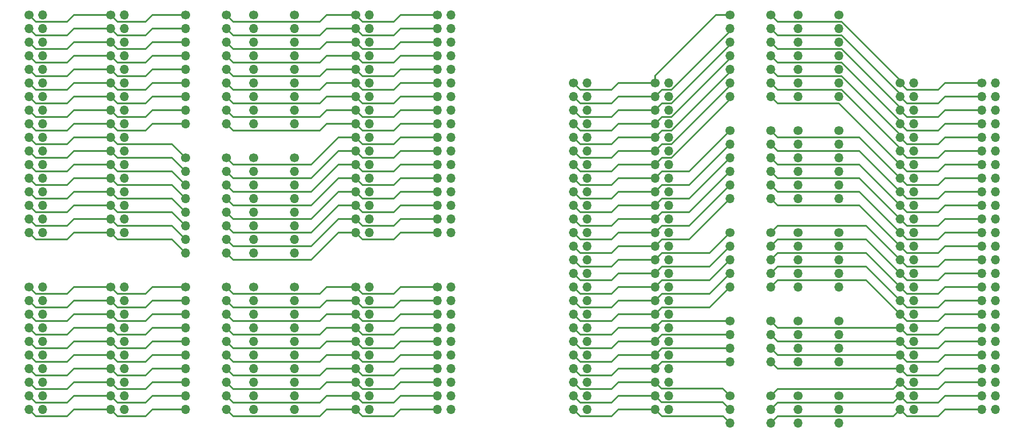
<source format=gbr>
%TF.GenerationSoftware,KiCad,Pcbnew,7.0.9*%
%TF.CreationDate,2024-04-03T05:19:41-05:00*%
%TF.ProjectId,MFM_ST506 Breakout Board,4d464d5f-5354-4353-9036-20427265616b,rev?*%
%TF.SameCoordinates,Original*%
%TF.FileFunction,Copper,L1,Top*%
%TF.FilePolarity,Positive*%
%FSLAX46Y46*%
G04 Gerber Fmt 4.6, Leading zero omitted, Abs format (unit mm)*
G04 Created by KiCad (PCBNEW 7.0.9) date 2024-04-03 05:19:41*
%MOMM*%
%LPD*%
G01*
G04 APERTURE LIST*
%TA.AperFunction,ComponentPad*%
%ADD10C,1.700000*%
%TD*%
%TA.AperFunction,ComponentPad*%
%ADD11O,1.700000X1.700000*%
%TD*%
%TA.AperFunction,Conductor*%
%ADD12C,0.300000*%
%TD*%
G04 APERTURE END LIST*
D10*
%TO.P,J1,1*%
%TO.N,Net-(J1-Pad1)*%
X58420000Y-111760000D03*
D11*
%TO.P,J1,2*%
%TO.N,Net-(J1-Pad2)*%
X60960000Y-111760000D03*
%TO.P,J1,3*%
%TO.N,Net-(J1-Pad3)*%
X58420000Y-114300000D03*
%TO.P,J1,4*%
%TO.N,Net-(J1-Pad4)*%
X60960000Y-114300000D03*
%TO.P,J1,5*%
%TO.N,Net-(J1-Pad5)*%
X58420000Y-116840000D03*
%TO.P,J1,6*%
%TO.N,Net-(J1-Pad6)*%
X60960000Y-116840000D03*
%TO.P,J1,7*%
%TO.N,Net-(J1-Pad7)*%
X58420000Y-119380000D03*
%TO.P,J1,8*%
%TO.N,Net-(J1-Pad8)*%
X60960000Y-119380000D03*
%TO.P,J1,9*%
%TO.N,Net-(J1-Pad9)*%
X58420000Y-121920000D03*
%TO.P,J1,10*%
%TO.N,Net-(J1-Pad10)*%
X60960000Y-121920000D03*
%TO.P,J1,11*%
%TO.N,Net-(J1-Pad11)*%
X58420000Y-124460000D03*
%TO.P,J1,12*%
%TO.N,Net-(J1-Pad12)*%
X60960000Y-124460000D03*
%TO.P,J1,13*%
%TO.N,Net-(J1-Pad13)*%
X58420000Y-127000000D03*
%TO.P,J1,14*%
%TO.N,Net-(J1-Pad14)*%
X60960000Y-127000000D03*
%TO.P,J1,15*%
%TO.N,Net-(J1-Pad15)*%
X58420000Y-129540000D03*
%TO.P,J1,16*%
%TO.N,Net-(J1-Pad16)*%
X60960000Y-129540000D03*
%TO.P,J1,17*%
%TO.N,Net-(J1-Pad17)*%
X58420000Y-132080000D03*
%TO.P,J1,18*%
%TO.N,Net-(J1-Pad18)*%
X60960000Y-132080000D03*
%TO.P,J1,19*%
%TO.N,Net-(J1-Pad19)*%
X58420000Y-134620000D03*
%TO.P,J1,20*%
%TO.N,Net-(J1-Pad20)*%
X60960000Y-134620000D03*
%TD*%
D10*
%TO.P,J2,1*%
%TO.N,Net-(J1-Pad1)*%
X73660000Y-111760000D03*
D11*
%TO.P,J2,2*%
%TO.N,Net-(J1-Pad2)*%
X76200000Y-111760000D03*
%TO.P,J2,3*%
%TO.N,Net-(J1-Pad3)*%
X73660000Y-114300000D03*
%TO.P,J2,4*%
%TO.N,Net-(J1-Pad4)*%
X76200000Y-114300000D03*
%TO.P,J2,5*%
%TO.N,Net-(J1-Pad5)*%
X73660000Y-116840000D03*
%TO.P,J2,6*%
%TO.N,Net-(J1-Pad6)*%
X76200000Y-116840000D03*
%TO.P,J2,7*%
%TO.N,Net-(J1-Pad7)*%
X73660000Y-119380000D03*
%TO.P,J2,8*%
%TO.N,Net-(J1-Pad8)*%
X76200000Y-119380000D03*
%TO.P,J2,9*%
%TO.N,Net-(J1-Pad9)*%
X73660000Y-121920000D03*
%TO.P,J2,10*%
%TO.N,Net-(J1-Pad10)*%
X76200000Y-121920000D03*
%TO.P,J2,11*%
%TO.N,Net-(J1-Pad11)*%
X73660000Y-124460000D03*
%TO.P,J2,12*%
%TO.N,Net-(J1-Pad12)*%
X76200000Y-124460000D03*
%TO.P,J2,13*%
%TO.N,Net-(J1-Pad13)*%
X73660000Y-127000000D03*
%TO.P,J2,14*%
%TO.N,Net-(J1-Pad14)*%
X76200000Y-127000000D03*
%TO.P,J2,15*%
%TO.N,Net-(J1-Pad15)*%
X73660000Y-129540000D03*
%TO.P,J2,16*%
%TO.N,Net-(J1-Pad16)*%
X76200000Y-129540000D03*
%TO.P,J2,17*%
%TO.N,Net-(J1-Pad17)*%
X73660000Y-132080000D03*
%TO.P,J2,18*%
%TO.N,Net-(J1-Pad18)*%
X76200000Y-132080000D03*
%TO.P,J2,19*%
%TO.N,Net-(J1-Pad19)*%
X73660000Y-134620000D03*
%TO.P,J2,20*%
%TO.N,Net-(J1-Pad20)*%
X76200000Y-134620000D03*
%TD*%
D10*
%TO.P,J4,1*%
%TO.N,Net-(J16-Pad1)*%
X119380000Y-111760000D03*
D11*
%TO.P,J4,2*%
%TO.N,Net-(J18-Pad1)*%
X121920000Y-111760000D03*
%TO.P,J4,3*%
%TO.N,Net-(J16-Pad2)*%
X119380000Y-114300000D03*
%TO.P,J4,4*%
%TO.N,Net-(J18-Pad2)*%
X121920000Y-114300000D03*
%TO.P,J4,5*%
%TO.N,Net-(J16-Pad3)*%
X119380000Y-116840000D03*
%TO.P,J4,6*%
%TO.N,Net-(J18-Pad3)*%
X121920000Y-116840000D03*
%TO.P,J4,7*%
%TO.N,Net-(J16-Pad4)*%
X119380000Y-119380000D03*
%TO.P,J4,8*%
%TO.N,Net-(J18-Pad4)*%
X121920000Y-119380000D03*
%TO.P,J4,9*%
%TO.N,Net-(J16-Pad5)*%
X119380000Y-121920000D03*
%TO.P,J4,10*%
%TO.N,Net-(J18-Pad5)*%
X121920000Y-121920000D03*
%TO.P,J4,11*%
%TO.N,Net-(J16-Pad6)*%
X119380000Y-124460000D03*
%TO.P,J4,12*%
%TO.N,Net-(J18-Pad6)*%
X121920000Y-124460000D03*
%TO.P,J4,13*%
%TO.N,Net-(J16-Pad7)*%
X119380000Y-127000000D03*
%TO.P,J4,14*%
%TO.N,Net-(J18-Pad7)*%
X121920000Y-127000000D03*
%TO.P,J4,15*%
%TO.N,Net-(J16-Pad8)*%
X119380000Y-129540000D03*
%TO.P,J4,16*%
%TO.N,Net-(J18-Pad8)*%
X121920000Y-129540000D03*
%TO.P,J4,17*%
%TO.N,Net-(J16-Pad9)*%
X119380000Y-132080000D03*
%TO.P,J4,18*%
%TO.N,Net-(J18-Pad9)*%
X121920000Y-132080000D03*
%TO.P,J4,19*%
%TO.N,Net-(J16-Pad10)*%
X119380000Y-134620000D03*
%TO.P,J4,20*%
%TO.N,Net-(J18-Pad10)*%
X121920000Y-134620000D03*
%TD*%
D10*
%TO.P,J3,1*%
%TO.N,Net-(J16-Pad1)*%
X134620000Y-111760000D03*
D11*
%TO.P,J3,2*%
%TO.N,Net-(J18-Pad1)*%
X137160000Y-111760000D03*
%TO.P,J3,3*%
%TO.N,Net-(J16-Pad2)*%
X134620000Y-114300000D03*
%TO.P,J3,4*%
%TO.N,Net-(J18-Pad2)*%
X137160000Y-114300000D03*
%TO.P,J3,5*%
%TO.N,Net-(J16-Pad3)*%
X134620000Y-116840000D03*
%TO.P,J3,6*%
%TO.N,Net-(J18-Pad3)*%
X137160000Y-116840000D03*
%TO.P,J3,7*%
%TO.N,Net-(J16-Pad4)*%
X134620000Y-119380000D03*
%TO.P,J3,8*%
%TO.N,Net-(J18-Pad4)*%
X137160000Y-119380000D03*
%TO.P,J3,9*%
%TO.N,Net-(J16-Pad5)*%
X134620000Y-121920000D03*
%TO.P,J3,10*%
%TO.N,Net-(J18-Pad5)*%
X137160000Y-121920000D03*
%TO.P,J3,11*%
%TO.N,Net-(J16-Pad6)*%
X134620000Y-124460000D03*
%TO.P,J3,12*%
%TO.N,Net-(J18-Pad6)*%
X137160000Y-124460000D03*
%TO.P,J3,13*%
%TO.N,Net-(J16-Pad7)*%
X134620000Y-127000000D03*
%TO.P,J3,14*%
%TO.N,Net-(J18-Pad7)*%
X137160000Y-127000000D03*
%TO.P,J3,15*%
%TO.N,Net-(J16-Pad8)*%
X134620000Y-129540000D03*
%TO.P,J3,16*%
%TO.N,Net-(J18-Pad8)*%
X137160000Y-129540000D03*
%TO.P,J3,17*%
%TO.N,Net-(J16-Pad9)*%
X134620000Y-132080000D03*
%TO.P,J3,18*%
%TO.N,Net-(J18-Pad9)*%
X137160000Y-132080000D03*
%TO.P,J3,19*%
%TO.N,Net-(J16-Pad10)*%
X134620000Y-134620000D03*
%TO.P,J3,20*%
%TO.N,Net-(J18-Pad10)*%
X137160000Y-134620000D03*
%TD*%
D10*
%TO.P,J15,1*%
%TO.N,Net-(J1-Pad1)*%
X87630000Y-111760000D03*
D11*
%TO.P,J15,2*%
%TO.N,Net-(J1-Pad3)*%
X87630000Y-114300000D03*
%TO.P,J15,3*%
%TO.N,Net-(J1-Pad5)*%
X87630000Y-116840000D03*
%TO.P,J15,4*%
%TO.N,Net-(J1-Pad7)*%
X87630000Y-119380000D03*
%TO.P,J15,5*%
%TO.N,Net-(J1-Pad9)*%
X87630000Y-121920000D03*
%TO.P,J15,6*%
%TO.N,Net-(J1-Pad11)*%
X87630000Y-124460000D03*
%TO.P,J15,7*%
%TO.N,Net-(J1-Pad13)*%
X87630000Y-127000000D03*
%TO.P,J15,8*%
%TO.N,Net-(J1-Pad15)*%
X87630000Y-129540000D03*
%TO.P,J15,9*%
%TO.N,Net-(J1-Pad17)*%
X87630000Y-132080000D03*
%TO.P,J15,10*%
%TO.N,Net-(J1-Pad19)*%
X87630000Y-134620000D03*
%TD*%
D10*
%TO.P,J17,1*%
%TO.N,Net-(J1-Pad2)*%
X100330000Y-111760000D03*
D11*
%TO.P,J17,2*%
%TO.N,Net-(J1-Pad4)*%
X100330000Y-114300000D03*
%TO.P,J17,3*%
%TO.N,Net-(J1-Pad6)*%
X100330000Y-116840000D03*
%TO.P,J17,4*%
%TO.N,Net-(J1-Pad8)*%
X100330000Y-119380000D03*
%TO.P,J17,5*%
%TO.N,Net-(J1-Pad10)*%
X100330000Y-121920000D03*
%TO.P,J17,6*%
%TO.N,Net-(J1-Pad12)*%
X100330000Y-124460000D03*
%TO.P,J17,7*%
%TO.N,Net-(J1-Pad14)*%
X100330000Y-127000000D03*
%TO.P,J17,8*%
%TO.N,Net-(J1-Pad16)*%
X100330000Y-129540000D03*
%TO.P,J17,9*%
%TO.N,Net-(J1-Pad18)*%
X100330000Y-132080000D03*
%TO.P,J17,10*%
%TO.N,Net-(J1-Pad20)*%
X100330000Y-134620000D03*
%TD*%
D10*
%TO.P,J18,1*%
%TO.N,Net-(J18-Pad1)*%
X107950000Y-111760000D03*
D11*
%TO.P,J18,2*%
%TO.N,Net-(J18-Pad2)*%
X107950000Y-114300000D03*
%TO.P,J18,3*%
%TO.N,Net-(J18-Pad3)*%
X107950000Y-116840000D03*
%TO.P,J18,4*%
%TO.N,Net-(J18-Pad4)*%
X107950000Y-119380000D03*
%TO.P,J18,5*%
%TO.N,Net-(J18-Pad5)*%
X107950000Y-121920000D03*
%TO.P,J18,6*%
%TO.N,Net-(J18-Pad6)*%
X107950000Y-124460000D03*
%TO.P,J18,7*%
%TO.N,Net-(J18-Pad7)*%
X107950000Y-127000000D03*
%TO.P,J18,8*%
%TO.N,Net-(J18-Pad8)*%
X107950000Y-129540000D03*
%TO.P,J18,9*%
%TO.N,Net-(J18-Pad9)*%
X107950000Y-132080000D03*
%TO.P,J18,10*%
%TO.N,Net-(J18-Pad10)*%
X107950000Y-134620000D03*
%TD*%
D10*
%TO.P,J11,1*%
%TO.N,J71*%
X87630000Y-60960000D03*
D11*
%TO.P,J11,2*%
%TO.N,J72*%
X87630000Y-63500000D03*
%TO.P,J11,3*%
%TO.N,J73*%
X87630000Y-66040000D03*
%TO.P,J11,4*%
%TO.N,J74*%
X87630000Y-68580000D03*
%TO.P,J11,5*%
%TO.N,J75*%
X87630000Y-71120000D03*
%TO.P,J11,6*%
%TO.N,J76*%
X87630000Y-73660000D03*
%TO.P,J11,7*%
%TO.N,J77*%
X87630000Y-76200000D03*
%TO.P,J11,8*%
%TO.N,J78*%
X87630000Y-78740000D03*
%TO.P,J11,9*%
%TO.N,J79*%
X87630000Y-81280000D03*
%TD*%
D10*
%TO.P,J12,1*%
%TO.N,J91*%
X95250000Y-60960000D03*
D11*
%TO.P,J12,2*%
%TO.N,J92*%
X95250000Y-63500000D03*
%TO.P,J12,3*%
%TO.N,J93*%
X95250000Y-66040000D03*
%TO.P,J12,4*%
%TO.N,J94*%
X95250000Y-68580000D03*
%TO.P,J12,5*%
%TO.N,J95*%
X95250000Y-71120000D03*
%TO.P,J12,6*%
%TO.N,J96*%
X95250000Y-73660000D03*
%TO.P,J12,7*%
%TO.N,J97*%
X95250000Y-76200000D03*
%TO.P,J12,8*%
%TO.N,J98*%
X95250000Y-78740000D03*
%TO.P,J12,9*%
%TO.N,J99*%
X95250000Y-81280000D03*
%TD*%
D10*
%TO.P,J13,1*%
%TO.N,Net-(J13-Pad1)*%
X100330000Y-60960000D03*
D11*
%TO.P,J13,2*%
%TO.N,Net-(J13-Pad2)*%
X100330000Y-63500000D03*
%TO.P,J13,3*%
%TO.N,Net-(J13-Pad3)*%
X100330000Y-66040000D03*
%TO.P,J13,4*%
%TO.N,Net-(J13-Pad4)*%
X100330000Y-68580000D03*
%TO.P,J13,5*%
%TO.N,Net-(J13-Pad5)*%
X100330000Y-71120000D03*
%TO.P,J13,6*%
%TO.N,Net-(J13-Pad6)*%
X100330000Y-73660000D03*
%TO.P,J13,7*%
%TO.N,Net-(J13-Pad7)*%
X100330000Y-76200000D03*
%TO.P,J13,8*%
%TO.N,Net-(J13-Pad8)*%
X100330000Y-78740000D03*
%TO.P,J13,9*%
%TO.N,Net-(J13-Pad9)*%
X100330000Y-81280000D03*
%TD*%
D10*
%TO.P,J14,1*%
%TO.N,Net-(J10-Pad2)*%
X107950000Y-60960000D03*
D11*
%TO.P,J14,2*%
%TO.N,Net-(J10-Pad4)*%
X107950000Y-63500000D03*
%TO.P,J14,3*%
%TO.N,Net-(J10-Pad6)*%
X107950000Y-66040000D03*
%TO.P,J14,4*%
%TO.N,Net-(J10-Pad8)*%
X107950000Y-68580000D03*
%TO.P,J14,5*%
%TO.N,Net-(J10-Pad10)*%
X107950000Y-71120000D03*
%TO.P,J14,6*%
%TO.N,Net-(J10-Pad12)*%
X107950000Y-73660000D03*
%TO.P,J14,7*%
%TO.N,Net-(J10-Pad14)*%
X107950000Y-76200000D03*
%TO.P,J14,8*%
%TO.N,Net-(J10-Pad16)*%
X107950000Y-78740000D03*
%TO.P,J14,9*%
%TO.N,Net-(J10-Pad18)*%
X107950000Y-81280000D03*
%TD*%
D10*
%TO.P,J27,1*%
%TO.N,Net-(J27-Pad1)*%
X100330000Y-87630000D03*
D11*
%TO.P,J27,2*%
%TO.N,Net-(J27-Pad2)*%
X100330000Y-90170000D03*
%TO.P,J27,3*%
%TO.N,Net-(J27-Pad3)*%
X100330000Y-92710000D03*
%TO.P,J27,4*%
%TO.N,Net-(J27-Pad4)*%
X100330000Y-95250000D03*
%TO.P,J27,5*%
%TO.N,Net-(J27-Pad5)*%
X100330000Y-97790000D03*
%TO.P,J27,6*%
%TO.N,Net-(J27-Pad6)*%
X100330000Y-100330000D03*
%TO.P,J27,7*%
%TO.N,Net-(J27-Pad7)*%
X100330000Y-102870000D03*
%TO.P,J27,8*%
%TO.N,Net-(J27-Pad8)*%
X100330000Y-105410000D03*
%TD*%
D10*
%TO.P,J28,1*%
%TO.N,Net-(J10-Pad20)*%
X107950000Y-87630000D03*
D11*
%TO.P,J28,2*%
%TO.N,Net-(J10-Pad22)*%
X107950000Y-90170000D03*
%TO.P,J28,3*%
%TO.N,Net-(J10-Pad24)*%
X107950000Y-92710000D03*
%TO.P,J28,4*%
%TO.N,Net-(J10-Pad26)*%
X107950000Y-95250000D03*
%TO.P,J28,5*%
%TO.N,Net-(J10-Pad28)*%
X107950000Y-97790000D03*
%TO.P,J28,6*%
%TO.N,Net-(J10-Pad30)*%
X107950000Y-100330000D03*
%TO.P,J28,7*%
%TO.N,Net-(J10-Pad32)*%
X107950000Y-102870000D03*
%TO.P,J28,8*%
%TO.N,Net-(J10-Pad34)*%
X107950000Y-105410000D03*
%TD*%
D10*
%TO.P,J26,1*%
%TO.N,J991*%
X95250000Y-87630000D03*
D11*
%TO.P,J26,2*%
%TO.N,J992*%
X95250000Y-90170000D03*
%TO.P,J26,3*%
%TO.N,J993*%
X95250000Y-92710000D03*
%TO.P,J26,4*%
%TO.N,J994*%
X95250000Y-95250000D03*
%TO.P,J26,5*%
%TO.N,J995*%
X95250000Y-97790000D03*
%TO.P,J26,6*%
%TO.N,J996*%
X95250000Y-100330000D03*
%TO.P,J26,7*%
%TO.N,J997*%
X95250000Y-102870000D03*
%TO.P,J26,8*%
%TO.N,J998*%
X95250000Y-105410000D03*
%TD*%
D10*
%TO.P,J25,1*%
%TO.N,J710*%
X87630000Y-87630000D03*
D11*
%TO.P,J25,2*%
%TO.N,J711*%
X87630000Y-90170000D03*
%TO.P,J25,3*%
%TO.N,J712*%
X87630000Y-92710000D03*
%TO.P,J25,4*%
%TO.N,J713*%
X87630000Y-95250000D03*
%TO.P,J25,5*%
%TO.N,J714*%
X87630000Y-97790000D03*
%TO.P,J25,6*%
%TO.N,J715*%
X87630000Y-100330000D03*
%TO.P,J25,7*%
%TO.N,J716*%
X87630000Y-102870000D03*
%TO.P,J25,8*%
%TO.N,J717*%
X87630000Y-105410000D03*
%TD*%
D10*
%TO.P,J16,1*%
%TO.N,Net-(J16-Pad1)*%
X95250000Y-111760000D03*
D11*
%TO.P,J16,2*%
%TO.N,Net-(J16-Pad2)*%
X95250000Y-114300000D03*
%TO.P,J16,3*%
%TO.N,Net-(J16-Pad3)*%
X95250000Y-116840000D03*
%TO.P,J16,4*%
%TO.N,Net-(J16-Pad4)*%
X95250000Y-119380000D03*
%TO.P,J16,5*%
%TO.N,Net-(J16-Pad5)*%
X95250000Y-121920000D03*
%TO.P,J16,6*%
%TO.N,Net-(J16-Pad6)*%
X95250000Y-124460000D03*
%TO.P,J16,7*%
%TO.N,Net-(J16-Pad7)*%
X95250000Y-127000000D03*
%TO.P,J16,8*%
%TO.N,Net-(J16-Pad8)*%
X95250000Y-129540000D03*
%TO.P,J16,9*%
%TO.N,Net-(J16-Pad9)*%
X95250000Y-132080000D03*
%TO.P,J16,10*%
%TO.N,Net-(J16-Pad10)*%
X95250000Y-134620000D03*
%TD*%
D10*
%TO.P,J41,1*%
%TO.N,Net-(J41-Pad1)*%
X201930000Y-60960000D03*
D11*
%TO.P,J41,2*%
%TO.N,Net-(J41-Pad2)*%
X201930000Y-63500000D03*
%TO.P,J41,3*%
%TO.N,Net-(J41-Pad3)*%
X201930000Y-66040000D03*
%TO.P,J41,4*%
%TO.N,Net-(J41-Pad4)*%
X201930000Y-68580000D03*
%TO.P,J41,5*%
%TO.N,Net-(J41-Pad5)*%
X201930000Y-71120000D03*
%TO.P,J41,6*%
%TO.N,Net-(J41-Pad6)*%
X201930000Y-73660000D03*
%TO.P,J41,7*%
%TO.N,Net-(J41-Pad7)*%
X201930000Y-76200000D03*
%TD*%
D10*
%TO.P,J42,1*%
%TO.N,Net-(J42-Pad1)*%
X201930000Y-82550000D03*
D11*
%TO.P,J42,2*%
%TO.N,Net-(J42-Pad2)*%
X201930000Y-85090000D03*
%TO.P,J42,3*%
%TO.N,Net-(J42-Pad3)*%
X201930000Y-87630000D03*
%TO.P,J42,4*%
%TO.N,Net-(J42-Pad4)*%
X201930000Y-90170000D03*
%TO.P,J42,5*%
%TO.N,Net-(J42-Pad5)*%
X201930000Y-92710000D03*
%TO.P,J42,6*%
%TO.N,Net-(J42-Pad6)*%
X201930000Y-95250000D03*
%TD*%
D10*
%TO.P,J43,1*%
%TO.N,Net-(J43-Pad1)*%
X201930000Y-101600000D03*
D11*
%TO.P,J43,2*%
%TO.N,Net-(J43-Pad2)*%
X201930000Y-104140000D03*
%TO.P,J43,3*%
%TO.N,Net-(J43-Pad3)*%
X201930000Y-106680000D03*
%TO.P,J43,4*%
%TO.N,Net-(J43-Pad4)*%
X201930000Y-109220000D03*
%TO.P,J43,5*%
%TO.N,Net-(J43-Pad5)*%
X201930000Y-111760000D03*
%TD*%
D10*
%TO.P,J44,1*%
%TO.N,Net-(J44-Pad1)*%
X201930000Y-118110000D03*
D11*
%TO.P,J44,2*%
%TO.N,Net-(J44-Pad2)*%
X201930000Y-120650000D03*
%TO.P,J44,3*%
%TO.N,Net-(J44-Pad3)*%
X201930000Y-123190000D03*
%TO.P,J44,4*%
%TO.N,Net-(J44-Pad4)*%
X201930000Y-125730000D03*
%TD*%
D10*
%TO.P,J45,1*%
%TO.N,Net-(J45-Pad1)*%
X201930000Y-132080000D03*
D11*
%TO.P,J45,2*%
%TO.N,Net-(J45-Pad2)*%
X201930000Y-134620000D03*
%TO.P,J45,3*%
%TO.N,Net-(J45-Pad3)*%
X201930000Y-137160000D03*
%TD*%
D10*
%TO.P,J7,1*%
%TO.N,J71*%
X58420000Y-60960000D03*
D11*
%TO.P,J7,2*%
%TO.N,Net-(J13-Pad1)*%
X60960000Y-60960000D03*
%TO.P,J7,3*%
%TO.N,J72*%
X58420000Y-63500000D03*
%TO.P,J7,4*%
%TO.N,Net-(J13-Pad2)*%
X60960000Y-63500000D03*
%TO.P,J7,5*%
%TO.N,J73*%
X58420000Y-66040000D03*
%TO.P,J7,6*%
%TO.N,Net-(J13-Pad3)*%
X60960000Y-66040000D03*
%TO.P,J7,7*%
%TO.N,J74*%
X58420000Y-68580000D03*
%TO.P,J7,8*%
%TO.N,Net-(J13-Pad4)*%
X60960000Y-68580000D03*
%TO.P,J7,9*%
%TO.N,J75*%
X58420000Y-71120000D03*
%TO.P,J7,10*%
%TO.N,Net-(J13-Pad5)*%
X60960000Y-71120000D03*
%TO.P,J7,11*%
%TO.N,J76*%
X58420000Y-73660000D03*
%TO.P,J7,12*%
%TO.N,Net-(J13-Pad6)*%
X60960000Y-73660000D03*
%TO.P,J7,13*%
%TO.N,J77*%
X58420000Y-76200000D03*
%TO.P,J7,14*%
%TO.N,Net-(J13-Pad7)*%
X60960000Y-76200000D03*
%TO.P,J7,15*%
%TO.N,J78*%
X58420000Y-78740000D03*
%TO.P,J7,16*%
%TO.N,Net-(J13-Pad8)*%
X60960000Y-78740000D03*
%TO.P,J7,17*%
%TO.N,J79*%
X58420000Y-81280000D03*
%TO.P,J7,18*%
%TO.N,Net-(J13-Pad9)*%
X60960000Y-81280000D03*
%TO.P,J7,19*%
%TO.N,J710*%
X58420000Y-83820000D03*
%TO.P,J7,20*%
%TO.N,Net-(J27-Pad1)*%
X60960000Y-83820000D03*
%TO.P,J7,21*%
%TO.N,J711*%
X58420000Y-86360000D03*
%TO.P,J7,22*%
%TO.N,Net-(J27-Pad2)*%
X60960000Y-86360000D03*
%TO.P,J7,23*%
%TO.N,J712*%
X58420000Y-88900000D03*
%TO.P,J7,24*%
%TO.N,Net-(J27-Pad3)*%
X60960000Y-88900000D03*
%TO.P,J7,25*%
%TO.N,J713*%
X58420000Y-91440000D03*
%TO.P,J7,26*%
%TO.N,Net-(J27-Pad4)*%
X60960000Y-91440000D03*
%TO.P,J7,27*%
%TO.N,J714*%
X58420000Y-93980000D03*
%TO.P,J7,28*%
%TO.N,Net-(J27-Pad5)*%
X60960000Y-93980000D03*
%TO.P,J7,29*%
%TO.N,J715*%
X58420000Y-96520000D03*
%TO.P,J7,30*%
%TO.N,Net-(J27-Pad6)*%
X60960000Y-96520000D03*
%TO.P,J7,31*%
%TO.N,J716*%
X58420000Y-99060000D03*
%TO.P,J7,32*%
%TO.N,Net-(J27-Pad7)*%
X60960000Y-99060000D03*
%TO.P,J7,33*%
%TO.N,J717*%
X58420000Y-101600000D03*
%TO.P,J7,34*%
%TO.N,Net-(J27-Pad8)*%
X60960000Y-101600000D03*
%TD*%
D10*
%TO.P,J19,1*%
%TO.N,Net-(J19-Pad1)*%
X189230000Y-60960000D03*
D11*
%TO.P,J19,2*%
%TO.N,Net-(J19-Pad2)*%
X189230000Y-63500000D03*
%TO.P,J19,3*%
%TO.N,Net-(J19-Pad3)*%
X189230000Y-66040000D03*
%TO.P,J19,4*%
%TO.N,Net-(J19-Pad4)*%
X189230000Y-68580000D03*
%TO.P,J19,5*%
%TO.N,Net-(J19-Pad5)*%
X189230000Y-71120000D03*
%TO.P,J19,6*%
%TO.N,Net-(J19-Pad6)*%
X189230000Y-73660000D03*
%TO.P,J19,7*%
%TO.N,Net-(J19-Pad7)*%
X189230000Y-76200000D03*
%TD*%
D10*
%TO.P,J21,1*%
%TO.N,Net-(J21-Pad1)*%
X189230000Y-82550000D03*
D11*
%TO.P,J21,2*%
%TO.N,Net-(J21-Pad2)*%
X189230000Y-85090000D03*
%TO.P,J21,3*%
%TO.N,Net-(J21-Pad3)*%
X189230000Y-87630000D03*
%TO.P,J21,4*%
%TO.N,Net-(J21-Pad4)*%
X189230000Y-90170000D03*
%TO.P,J21,5*%
%TO.N,Net-(J21-Pad5)*%
X189230000Y-92710000D03*
%TO.P,J21,6*%
%TO.N,Net-(J21-Pad6)*%
X189230000Y-95250000D03*
%TD*%
D10*
%TO.P,J46,1*%
%TO.N,Net-(J46-Pad1)*%
X189230000Y-101600000D03*
D11*
%TO.P,J46,2*%
%TO.N,Net-(J46-Pad2)*%
X189230000Y-104140000D03*
%TO.P,J46,3*%
%TO.N,Net-(J46-Pad3)*%
X189230000Y-106680000D03*
%TO.P,J46,4*%
%TO.N,Net-(J46-Pad4)*%
X189230000Y-109220000D03*
%TO.P,J46,5*%
%TO.N,Net-(J46-Pad5)*%
X189230000Y-111760000D03*
%TD*%
D10*
%TO.P,J47,1*%
%TO.N,Net-(J47-Pad1)*%
X189230000Y-118110000D03*
D11*
%TO.P,J47,2*%
%TO.N,Net-(J47-Pad2)*%
X189230000Y-120650000D03*
%TO.P,J47,3*%
%TO.N,Net-(J47-Pad3)*%
X189230000Y-123190000D03*
%TO.P,J47,4*%
%TO.N,Net-(J47-Pad4)*%
X189230000Y-125730000D03*
%TD*%
D10*
%TO.P,J48,1*%
%TO.N,Net-(J48-Pad1)*%
X189230000Y-132080000D03*
D11*
%TO.P,J48,2*%
%TO.N,Net-(J48-Pad2)*%
X189230000Y-134620000D03*
%TO.P,J48,3*%
%TO.N,Net-(J48-Pad3)*%
X189230000Y-137160000D03*
%TD*%
D10*
%TO.P,J20,1*%
%TO.N,Net-(J20-Pad1)*%
X196850000Y-60960000D03*
D11*
%TO.P,J20,2*%
%TO.N,Net-(J20-Pad2)*%
X196850000Y-63500000D03*
%TO.P,J20,3*%
%TO.N,Net-(J20-Pad3)*%
X196850000Y-66040000D03*
%TO.P,J20,4*%
%TO.N,Net-(J20-Pad4)*%
X196850000Y-68580000D03*
%TO.P,J20,5*%
%TO.N,Net-(J20-Pad5)*%
X196850000Y-71120000D03*
%TO.P,J20,6*%
%TO.N,Net-(J20-Pad6)*%
X196850000Y-73660000D03*
%TO.P,J20,7*%
%TO.N,Net-(J20-Pad7)*%
X196850000Y-76200000D03*
%TD*%
D10*
%TO.P,J49,1*%
%TO.N,Net-(J23-Pad15)*%
X196850000Y-82550000D03*
D11*
%TO.P,J49,2*%
%TO.N,Net-(J23-Pad17)*%
X196850000Y-85090000D03*
%TO.P,J49,3*%
%TO.N,Net-(J23-Pad19)*%
X196850000Y-87630000D03*
%TO.P,J49,4*%
%TO.N,Net-(J23-Pad21)*%
X196850000Y-90170000D03*
%TO.P,J49,5*%
%TO.N,Net-(J23-Pad23)*%
X196850000Y-92710000D03*
%TO.P,J49,6*%
%TO.N,Net-(J23-Pad25)*%
X196850000Y-95250000D03*
%TD*%
D10*
%TO.P,J50,1*%
%TO.N,Net-(J23-Pad27)*%
X196850000Y-101600000D03*
D11*
%TO.P,J50,2*%
%TO.N,Net-(J23-Pad29)*%
X196850000Y-104140000D03*
%TO.P,J50,3*%
%TO.N,Net-(J23-Pad31)*%
X196850000Y-106680000D03*
%TO.P,J50,4*%
%TO.N,Net-(J23-Pad33)*%
X196850000Y-109220000D03*
%TO.P,J50,5*%
%TO.N,Net-(J23-Pad35)*%
X196850000Y-111760000D03*
%TD*%
D10*
%TO.P,J51,1*%
%TO.N,Net-(J23-Pad37)*%
X196850000Y-118110000D03*
D11*
%TO.P,J51,2*%
%TO.N,Net-(J23-Pad39)*%
X196850000Y-120650000D03*
%TO.P,J51,3*%
%TO.N,Net-(J23-Pad41)*%
X196850000Y-123190000D03*
%TO.P,J51,4*%
%TO.N,Net-(J23-Pad43)*%
X196850000Y-125730000D03*
%TD*%
D10*
%TO.P,J52,1*%
%TO.N,Net-(J23-Pad45)*%
X196850000Y-132080000D03*
D11*
%TO.P,J52,2*%
%TO.N,Net-(J23-Pad47)*%
X196850000Y-134620000D03*
%TO.P,J52,3*%
%TO.N,Net-(J23-Pad49)*%
X196850000Y-137160000D03*
%TD*%
D10*
%TO.P,J22,1*%
%TO.N,Net-(J22-Pad1)*%
X209550000Y-60960000D03*
D11*
%TO.P,J22,2*%
%TO.N,Net-(J22-Pad2)*%
X209550000Y-63500000D03*
%TO.P,J22,3*%
%TO.N,Net-(J22-Pad3)*%
X209550000Y-66040000D03*
%TO.P,J22,4*%
%TO.N,Net-(J22-Pad4)*%
X209550000Y-68580000D03*
%TO.P,J22,5*%
%TO.N,Net-(J22-Pad5)*%
X209550000Y-71120000D03*
%TO.P,J22,6*%
%TO.N,Net-(J22-Pad6)*%
X209550000Y-73660000D03*
%TO.P,J22,7*%
%TO.N,Net-(J22-Pad7)*%
X209550000Y-76200000D03*
%TD*%
D10*
%TO.P,J53,1*%
%TO.N,Net-(J23-Pad16)*%
X209550000Y-82550000D03*
D11*
%TO.P,J53,2*%
%TO.N,Net-(J23-Pad18)*%
X209550000Y-85090000D03*
%TO.P,J53,3*%
%TO.N,Net-(J23-Pad20)*%
X209550000Y-87630000D03*
%TO.P,J53,4*%
%TO.N,Net-(J23-Pad22)*%
X209550000Y-90170000D03*
%TO.P,J53,5*%
%TO.N,Net-(J23-Pad24)*%
X209550000Y-92710000D03*
%TO.P,J53,6*%
%TO.N,Net-(J23-Pad26)*%
X209550000Y-95250000D03*
%TD*%
D10*
%TO.P,J54,1*%
%TO.N,Net-(J23-Pad28)*%
X209550000Y-101600000D03*
D11*
%TO.P,J54,2*%
%TO.N,Net-(J23-Pad30)*%
X209550000Y-104140000D03*
%TO.P,J54,3*%
%TO.N,Net-(J23-Pad32)*%
X209550000Y-106680000D03*
%TO.P,J54,4*%
%TO.N,Net-(J23-Pad34)*%
X209550000Y-109220000D03*
%TO.P,J54,5*%
%TO.N,Net-(J23-Pad36)*%
X209550000Y-111760000D03*
%TD*%
D10*
%TO.P,J55,1*%
%TO.N,Net-(J23-Pad38)*%
X209550000Y-118110000D03*
D11*
%TO.P,J55,2*%
%TO.N,Net-(J23-Pad40)*%
X209550000Y-120650000D03*
%TO.P,J55,3*%
%TO.N,Net-(J23-Pad42)*%
X209550000Y-123190000D03*
%TO.P,J55,4*%
%TO.N,Net-(J23-Pad44)*%
X209550000Y-125730000D03*
%TD*%
D10*
%TO.P,J56,1*%
%TO.N,Net-(J23-Pad46)*%
X209550000Y-132080000D03*
D11*
%TO.P,J56,2*%
%TO.N,Net-(J23-Pad48)*%
X209550000Y-134620000D03*
%TO.P,J56,3*%
%TO.N,Net-(J23-Pad50)*%
X209550000Y-137160000D03*
%TD*%
D10*
%TO.P,J8,1*%
%TO.N,J71*%
X73660000Y-60960000D03*
D11*
%TO.P,J8,2*%
%TO.N,Net-(J13-Pad1)*%
X76200000Y-60960000D03*
%TO.P,J8,3*%
%TO.N,J72*%
X73660000Y-63500000D03*
%TO.P,J8,4*%
%TO.N,Net-(J13-Pad2)*%
X76200000Y-63500000D03*
%TO.P,J8,5*%
%TO.N,J73*%
X73660000Y-66040000D03*
%TO.P,J8,6*%
%TO.N,Net-(J13-Pad3)*%
X76200000Y-66040000D03*
%TO.P,J8,7*%
%TO.N,J74*%
X73660000Y-68580000D03*
%TO.P,J8,8*%
%TO.N,Net-(J13-Pad4)*%
X76200000Y-68580000D03*
%TO.P,J8,9*%
%TO.N,J75*%
X73660000Y-71120000D03*
%TO.P,J8,10*%
%TO.N,Net-(J13-Pad5)*%
X76200000Y-71120000D03*
%TO.P,J8,11*%
%TO.N,J76*%
X73660000Y-73660000D03*
%TO.P,J8,12*%
%TO.N,Net-(J13-Pad6)*%
X76200000Y-73660000D03*
%TO.P,J8,13*%
%TO.N,J77*%
X73660000Y-76200000D03*
%TO.P,J8,14*%
%TO.N,Net-(J13-Pad7)*%
X76200000Y-76200000D03*
%TO.P,J8,15*%
%TO.N,J78*%
X73660000Y-78740000D03*
%TO.P,J8,16*%
%TO.N,Net-(J13-Pad8)*%
X76200000Y-78740000D03*
%TO.P,J8,17*%
%TO.N,J79*%
X73660000Y-81280000D03*
%TO.P,J8,18*%
%TO.N,Net-(J13-Pad9)*%
X76200000Y-81280000D03*
%TO.P,J8,19*%
%TO.N,J710*%
X73660000Y-83820000D03*
%TO.P,J8,20*%
%TO.N,Net-(J27-Pad1)*%
X76200000Y-83820000D03*
%TO.P,J8,21*%
%TO.N,J711*%
X73660000Y-86360000D03*
%TO.P,J8,22*%
%TO.N,Net-(J27-Pad2)*%
X76200000Y-86360000D03*
%TO.P,J8,23*%
%TO.N,J712*%
X73660000Y-88900000D03*
%TO.P,J8,24*%
%TO.N,Net-(J27-Pad3)*%
X76200000Y-88900000D03*
%TO.P,J8,25*%
%TO.N,J713*%
X73660000Y-91440000D03*
%TO.P,J8,26*%
%TO.N,Net-(J27-Pad4)*%
X76200000Y-91440000D03*
%TO.P,J8,27*%
%TO.N,J714*%
X73660000Y-93980000D03*
%TO.P,J8,28*%
%TO.N,Net-(J27-Pad5)*%
X76200000Y-93980000D03*
%TO.P,J8,29*%
%TO.N,J715*%
X73660000Y-96520000D03*
%TO.P,J8,30*%
%TO.N,Net-(J27-Pad6)*%
X76200000Y-96520000D03*
%TO.P,J8,31*%
%TO.N,J716*%
X73660000Y-99060000D03*
%TO.P,J8,32*%
%TO.N,Net-(J27-Pad7)*%
X76200000Y-99060000D03*
%TO.P,J8,33*%
%TO.N,J717*%
X73660000Y-101600000D03*
%TO.P,J8,34*%
%TO.N,Net-(J27-Pad8)*%
X76200000Y-101600000D03*
%TD*%
D10*
%TO.P,J9,1*%
%TO.N,J91*%
X119380000Y-60960000D03*
D11*
%TO.P,J9,2*%
%TO.N,Net-(J10-Pad2)*%
X121920000Y-60960000D03*
%TO.P,J9,3*%
%TO.N,J92*%
X119380000Y-63500000D03*
%TO.P,J9,4*%
%TO.N,Net-(J10-Pad4)*%
X121920000Y-63500000D03*
%TO.P,J9,5*%
%TO.N,J93*%
X119380000Y-66040000D03*
%TO.P,J9,6*%
%TO.N,Net-(J10-Pad6)*%
X121920000Y-66040000D03*
%TO.P,J9,7*%
%TO.N,J94*%
X119380000Y-68580000D03*
%TO.P,J9,8*%
%TO.N,Net-(J10-Pad8)*%
X121920000Y-68580000D03*
%TO.P,J9,9*%
%TO.N,J95*%
X119380000Y-71120000D03*
%TO.P,J9,10*%
%TO.N,Net-(J10-Pad10)*%
X121920000Y-71120000D03*
%TO.P,J9,11*%
%TO.N,J96*%
X119380000Y-73660000D03*
%TO.P,J9,12*%
%TO.N,Net-(J10-Pad12)*%
X121920000Y-73660000D03*
%TO.P,J9,13*%
%TO.N,J97*%
X119380000Y-76200000D03*
%TO.P,J9,14*%
%TO.N,Net-(J10-Pad14)*%
X121920000Y-76200000D03*
%TO.P,J9,15*%
%TO.N,J98*%
X119380000Y-78740000D03*
%TO.P,J9,16*%
%TO.N,Net-(J10-Pad16)*%
X121920000Y-78740000D03*
%TO.P,J9,17*%
%TO.N,J99*%
X119380000Y-81280000D03*
%TO.P,J9,18*%
%TO.N,Net-(J10-Pad18)*%
X121920000Y-81280000D03*
%TO.P,J9,19*%
%TO.N,J991*%
X119380000Y-83820000D03*
%TO.P,J9,20*%
%TO.N,Net-(J10-Pad20)*%
X121920000Y-83820000D03*
%TO.P,J9,21*%
%TO.N,J992*%
X119380000Y-86360000D03*
%TO.P,J9,22*%
%TO.N,Net-(J10-Pad22)*%
X121920000Y-86360000D03*
%TO.P,J9,23*%
%TO.N,J993*%
X119380000Y-88900000D03*
%TO.P,J9,24*%
%TO.N,Net-(J10-Pad24)*%
X121920000Y-88900000D03*
%TO.P,J9,25*%
%TO.N,J994*%
X119380000Y-91440000D03*
%TO.P,J9,26*%
%TO.N,Net-(J10-Pad26)*%
X121920000Y-91440000D03*
%TO.P,J9,27*%
%TO.N,J995*%
X119380000Y-93980000D03*
%TO.P,J9,28*%
%TO.N,Net-(J10-Pad28)*%
X121920000Y-93980000D03*
%TO.P,J9,29*%
%TO.N,J996*%
X119380000Y-96520000D03*
%TO.P,J9,30*%
%TO.N,Net-(J10-Pad30)*%
X121920000Y-96520000D03*
%TO.P,J9,31*%
%TO.N,J997*%
X119380000Y-99060000D03*
%TO.P,J9,32*%
%TO.N,Net-(J10-Pad32)*%
X121920000Y-99060000D03*
%TO.P,J9,33*%
%TO.N,J998*%
X119380000Y-101600000D03*
%TO.P,J9,34*%
%TO.N,Net-(J10-Pad34)*%
X121920000Y-101600000D03*
%TD*%
D10*
%TO.P,J10,1*%
%TO.N,J91*%
X134620000Y-60960000D03*
D11*
%TO.P,J10,2*%
%TO.N,Net-(J10-Pad2)*%
X137160000Y-60960000D03*
%TO.P,J10,3*%
%TO.N,J92*%
X134620000Y-63500000D03*
%TO.P,J10,4*%
%TO.N,Net-(J10-Pad4)*%
X137160000Y-63500000D03*
%TO.P,J10,5*%
%TO.N,J93*%
X134620000Y-66040000D03*
%TO.P,J10,6*%
%TO.N,Net-(J10-Pad6)*%
X137160000Y-66040000D03*
%TO.P,J10,7*%
%TO.N,J94*%
X134620000Y-68580000D03*
%TO.P,J10,8*%
%TO.N,Net-(J10-Pad8)*%
X137160000Y-68580000D03*
%TO.P,J10,9*%
%TO.N,J95*%
X134620000Y-71120000D03*
%TO.P,J10,10*%
%TO.N,Net-(J10-Pad10)*%
X137160000Y-71120000D03*
%TO.P,J10,11*%
%TO.N,J96*%
X134620000Y-73660000D03*
%TO.P,J10,12*%
%TO.N,Net-(J10-Pad12)*%
X137160000Y-73660000D03*
%TO.P,J10,13*%
%TO.N,J97*%
X134620000Y-76200000D03*
%TO.P,J10,14*%
%TO.N,Net-(J10-Pad14)*%
X137160000Y-76200000D03*
%TO.P,J10,15*%
%TO.N,J98*%
X134620000Y-78740000D03*
%TO.P,J10,16*%
%TO.N,Net-(J10-Pad16)*%
X137160000Y-78740000D03*
%TO.P,J10,17*%
%TO.N,J99*%
X134620000Y-81280000D03*
%TO.P,J10,18*%
%TO.N,Net-(J10-Pad18)*%
X137160000Y-81280000D03*
%TO.P,J10,19*%
%TO.N,J991*%
X134620000Y-83820000D03*
%TO.P,J10,20*%
%TO.N,Net-(J10-Pad20)*%
X137160000Y-83820000D03*
%TO.P,J10,21*%
%TO.N,J992*%
X134620000Y-86360000D03*
%TO.P,J10,22*%
%TO.N,Net-(J10-Pad22)*%
X137160000Y-86360000D03*
%TO.P,J10,23*%
%TO.N,J993*%
X134620000Y-88900000D03*
%TO.P,J10,24*%
%TO.N,Net-(J10-Pad24)*%
X137160000Y-88900000D03*
%TO.P,J10,25*%
%TO.N,J994*%
X134620000Y-91440000D03*
%TO.P,J10,26*%
%TO.N,Net-(J10-Pad26)*%
X137160000Y-91440000D03*
%TO.P,J10,27*%
%TO.N,J995*%
X134620000Y-93980000D03*
%TO.P,J10,28*%
%TO.N,Net-(J10-Pad28)*%
X137160000Y-93980000D03*
%TO.P,J10,29*%
%TO.N,J996*%
X134620000Y-96520000D03*
%TO.P,J10,30*%
%TO.N,Net-(J10-Pad30)*%
X137160000Y-96520000D03*
%TO.P,J10,31*%
%TO.N,J997*%
X134620000Y-99060000D03*
%TO.P,J10,32*%
%TO.N,Net-(J10-Pad32)*%
X137160000Y-99060000D03*
%TO.P,J10,33*%
%TO.N,J998*%
X134620000Y-101600000D03*
%TO.P,J10,34*%
%TO.N,Net-(J10-Pad34)*%
X137160000Y-101600000D03*
%TD*%
D10*
%TO.P,J5,1*%
%TO.N,Net-(J19-Pad1)*%
X160020000Y-73660000D03*
D11*
%TO.P,J5,2*%
%TO.N,Net-(J41-Pad1)*%
X162560000Y-73660000D03*
%TO.P,J5,3*%
%TO.N,Net-(J19-Pad2)*%
X160020000Y-76200000D03*
%TO.P,J5,4*%
%TO.N,Net-(J41-Pad2)*%
X162560000Y-76200000D03*
%TO.P,J5,5*%
%TO.N,Net-(J19-Pad3)*%
X160020000Y-78740000D03*
%TO.P,J5,6*%
%TO.N,Net-(J41-Pad3)*%
X162560000Y-78740000D03*
%TO.P,J5,7*%
%TO.N,Net-(J19-Pad4)*%
X160020000Y-81280000D03*
%TO.P,J5,8*%
%TO.N,Net-(J41-Pad4)*%
X162560000Y-81280000D03*
%TO.P,J5,9*%
%TO.N,Net-(J19-Pad5)*%
X160020000Y-83820000D03*
%TO.P,J5,10*%
%TO.N,Net-(J41-Pad5)*%
X162560000Y-83820000D03*
%TO.P,J5,11*%
%TO.N,Net-(J19-Pad6)*%
X160020000Y-86360000D03*
%TO.P,J5,12*%
%TO.N,Net-(J41-Pad6)*%
X162560000Y-86360000D03*
%TO.P,J5,13*%
%TO.N,Net-(J19-Pad7)*%
X160020000Y-88900000D03*
%TO.P,J5,14*%
%TO.N,Net-(J41-Pad7)*%
X162560000Y-88900000D03*
%TO.P,J5,15*%
%TO.N,Net-(J21-Pad1)*%
X160020000Y-91440000D03*
%TO.P,J5,16*%
%TO.N,Net-(J42-Pad1)*%
X162560000Y-91440000D03*
%TO.P,J5,17*%
%TO.N,Net-(J21-Pad2)*%
X160020000Y-93980000D03*
%TO.P,J5,18*%
%TO.N,Net-(J42-Pad2)*%
X162560000Y-93980000D03*
%TO.P,J5,19*%
%TO.N,Net-(J21-Pad3)*%
X160020000Y-96520000D03*
%TO.P,J5,20*%
%TO.N,Net-(J42-Pad3)*%
X162560000Y-96520000D03*
%TO.P,J5,21*%
%TO.N,Net-(J21-Pad4)*%
X160020000Y-99060000D03*
%TO.P,J5,22*%
%TO.N,Net-(J42-Pad4)*%
X162560000Y-99060000D03*
%TO.P,J5,23*%
%TO.N,Net-(J21-Pad5)*%
X160020000Y-101600000D03*
%TO.P,J5,24*%
%TO.N,Net-(J42-Pad5)*%
X162560000Y-101600000D03*
%TO.P,J5,25*%
%TO.N,Net-(J21-Pad6)*%
X160020000Y-104140000D03*
%TO.P,J5,26*%
%TO.N,Net-(J42-Pad6)*%
X162560000Y-104140000D03*
%TO.P,J5,27*%
%TO.N,Net-(J46-Pad1)*%
X160020000Y-106680000D03*
%TO.P,J5,28*%
%TO.N,Net-(J43-Pad1)*%
X162560000Y-106680000D03*
%TO.P,J5,29*%
%TO.N,Net-(J46-Pad2)*%
X160020000Y-109220000D03*
%TO.P,J5,30*%
%TO.N,Net-(J43-Pad2)*%
X162560000Y-109220000D03*
%TO.P,J5,31*%
%TO.N,Net-(J46-Pad3)*%
X160020000Y-111760000D03*
%TO.P,J5,32*%
%TO.N,Net-(J43-Pad3)*%
X162560000Y-111760000D03*
%TO.P,J5,33*%
%TO.N,Net-(J46-Pad4)*%
X160020000Y-114300000D03*
%TO.P,J5,34*%
%TO.N,Net-(J43-Pad4)*%
X162560000Y-114300000D03*
%TO.P,J5,35*%
%TO.N,Net-(J46-Pad5)*%
X160020000Y-116840000D03*
%TO.P,J5,36*%
%TO.N,Net-(J43-Pad5)*%
X162560000Y-116840000D03*
%TO.P,J5,37*%
%TO.N,Net-(J47-Pad1)*%
X160020000Y-119380000D03*
%TO.P,J5,38*%
%TO.N,Net-(J44-Pad1)*%
X162560000Y-119380000D03*
%TO.P,J5,39*%
%TO.N,Net-(J47-Pad2)*%
X160020000Y-121920000D03*
%TO.P,J5,40*%
%TO.N,Net-(J44-Pad2)*%
X162560000Y-121920000D03*
%TO.P,J5,41*%
%TO.N,Net-(J47-Pad3)*%
X160020000Y-124460000D03*
%TO.P,J5,42*%
%TO.N,Net-(J44-Pad3)*%
X162560000Y-124460000D03*
%TO.P,J5,43*%
%TO.N,Net-(J47-Pad4)*%
X160020000Y-127000000D03*
%TO.P,J5,44*%
%TO.N,Net-(J44-Pad4)*%
X162560000Y-127000000D03*
%TO.P,J5,45*%
%TO.N,Net-(J48-Pad1)*%
X160020000Y-129540000D03*
%TO.P,J5,46*%
%TO.N,Net-(J45-Pad1)*%
X162560000Y-129540000D03*
%TO.P,J5,47*%
%TO.N,Net-(J48-Pad2)*%
X160020000Y-132080000D03*
%TO.P,J5,48*%
%TO.N,Net-(J45-Pad2)*%
X162560000Y-132080000D03*
%TO.P,J5,49*%
%TO.N,Net-(J48-Pad3)*%
X160020000Y-134620000D03*
%TO.P,J5,50*%
%TO.N,Net-(J45-Pad3)*%
X162560000Y-134620000D03*
%TD*%
D10*
%TO.P,J6,1*%
%TO.N,Net-(J19-Pad1)*%
X175260000Y-73660000D03*
D11*
%TO.P,J6,2*%
%TO.N,Net-(J41-Pad1)*%
X177800000Y-73660000D03*
%TO.P,J6,3*%
%TO.N,Net-(J19-Pad2)*%
X175260000Y-76200000D03*
%TO.P,J6,4*%
%TO.N,Net-(J41-Pad2)*%
X177800000Y-76200000D03*
%TO.P,J6,5*%
%TO.N,Net-(J19-Pad3)*%
X175260000Y-78740000D03*
%TO.P,J6,6*%
%TO.N,Net-(J41-Pad3)*%
X177800000Y-78740000D03*
%TO.P,J6,7*%
%TO.N,Net-(J19-Pad4)*%
X175260000Y-81280000D03*
%TO.P,J6,8*%
%TO.N,Net-(J41-Pad4)*%
X177800000Y-81280000D03*
%TO.P,J6,9*%
%TO.N,Net-(J19-Pad5)*%
X175260000Y-83820000D03*
%TO.P,J6,10*%
%TO.N,Net-(J41-Pad5)*%
X177800000Y-83820000D03*
%TO.P,J6,11*%
%TO.N,Net-(J19-Pad6)*%
X175260000Y-86360000D03*
%TO.P,J6,12*%
%TO.N,Net-(J41-Pad6)*%
X177800000Y-86360000D03*
%TO.P,J6,13*%
%TO.N,Net-(J19-Pad7)*%
X175260000Y-88900000D03*
%TO.P,J6,14*%
%TO.N,Net-(J41-Pad7)*%
X177800000Y-88900000D03*
%TO.P,J6,15*%
%TO.N,Net-(J21-Pad1)*%
X175260000Y-91440000D03*
%TO.P,J6,16*%
%TO.N,Net-(J42-Pad1)*%
X177800000Y-91440000D03*
%TO.P,J6,17*%
%TO.N,Net-(J21-Pad2)*%
X175260000Y-93980000D03*
%TO.P,J6,18*%
%TO.N,Net-(J42-Pad2)*%
X177800000Y-93980000D03*
%TO.P,J6,19*%
%TO.N,Net-(J21-Pad3)*%
X175260000Y-96520000D03*
%TO.P,J6,20*%
%TO.N,Net-(J42-Pad3)*%
X177800000Y-96520000D03*
%TO.P,J6,21*%
%TO.N,Net-(J21-Pad4)*%
X175260000Y-99060000D03*
%TO.P,J6,22*%
%TO.N,Net-(J42-Pad4)*%
X177800000Y-99060000D03*
%TO.P,J6,23*%
%TO.N,Net-(J21-Pad5)*%
X175260000Y-101600000D03*
%TO.P,J6,24*%
%TO.N,Net-(J42-Pad5)*%
X177800000Y-101600000D03*
%TO.P,J6,25*%
%TO.N,Net-(J21-Pad6)*%
X175260000Y-104140000D03*
%TO.P,J6,26*%
%TO.N,Net-(J42-Pad6)*%
X177800000Y-104140000D03*
%TO.P,J6,27*%
%TO.N,Net-(J46-Pad1)*%
X175260000Y-106680000D03*
%TO.P,J6,28*%
%TO.N,Net-(J43-Pad1)*%
X177800000Y-106680000D03*
%TO.P,J6,29*%
%TO.N,Net-(J46-Pad2)*%
X175260000Y-109220000D03*
%TO.P,J6,30*%
%TO.N,Net-(J43-Pad2)*%
X177800000Y-109220000D03*
%TO.P,J6,31*%
%TO.N,Net-(J46-Pad3)*%
X175260000Y-111760000D03*
%TO.P,J6,32*%
%TO.N,Net-(J43-Pad3)*%
X177800000Y-111760000D03*
%TO.P,J6,33*%
%TO.N,Net-(J46-Pad4)*%
X175260000Y-114300000D03*
%TO.P,J6,34*%
%TO.N,Net-(J43-Pad4)*%
X177800000Y-114300000D03*
%TO.P,J6,35*%
%TO.N,Net-(J46-Pad5)*%
X175260000Y-116840000D03*
%TO.P,J6,36*%
%TO.N,Net-(J43-Pad5)*%
X177800000Y-116840000D03*
%TO.P,J6,37*%
%TO.N,Net-(J47-Pad1)*%
X175260000Y-119380000D03*
%TO.P,J6,38*%
%TO.N,Net-(J44-Pad1)*%
X177800000Y-119380000D03*
%TO.P,J6,39*%
%TO.N,Net-(J47-Pad2)*%
X175260000Y-121920000D03*
%TO.P,J6,40*%
%TO.N,Net-(J44-Pad2)*%
X177800000Y-121920000D03*
%TO.P,J6,41*%
%TO.N,Net-(J47-Pad3)*%
X175260000Y-124460000D03*
%TO.P,J6,42*%
%TO.N,Net-(J44-Pad3)*%
X177800000Y-124460000D03*
%TO.P,J6,43*%
%TO.N,Net-(J47-Pad4)*%
X175260000Y-127000000D03*
%TO.P,J6,44*%
%TO.N,Net-(J44-Pad4)*%
X177800000Y-127000000D03*
%TO.P,J6,45*%
%TO.N,Net-(J48-Pad1)*%
X175260000Y-129540000D03*
%TO.P,J6,46*%
%TO.N,Net-(J45-Pad1)*%
X177800000Y-129540000D03*
%TO.P,J6,47*%
%TO.N,Net-(J48-Pad2)*%
X175260000Y-132080000D03*
%TO.P,J6,48*%
%TO.N,Net-(J45-Pad2)*%
X177800000Y-132080000D03*
%TO.P,J6,49*%
%TO.N,Net-(J48-Pad3)*%
X175260000Y-134620000D03*
%TO.P,J6,50*%
%TO.N,Net-(J45-Pad3)*%
X177800000Y-134620000D03*
%TD*%
D10*
%TO.P,J23,1*%
%TO.N,Net-(J20-Pad1)*%
X220980000Y-73660000D03*
D11*
%TO.P,J23,2*%
%TO.N,Net-(J22-Pad1)*%
X223520000Y-73660000D03*
%TO.P,J23,3*%
%TO.N,Net-(J20-Pad2)*%
X220980000Y-76200000D03*
%TO.P,J23,4*%
%TO.N,Net-(J22-Pad2)*%
X223520000Y-76200000D03*
%TO.P,J23,5*%
%TO.N,Net-(J20-Pad3)*%
X220980000Y-78740000D03*
%TO.P,J23,6*%
%TO.N,Net-(J22-Pad3)*%
X223520000Y-78740000D03*
%TO.P,J23,7*%
%TO.N,Net-(J20-Pad4)*%
X220980000Y-81280000D03*
%TO.P,J23,8*%
%TO.N,Net-(J22-Pad4)*%
X223520000Y-81280000D03*
%TO.P,J23,9*%
%TO.N,Net-(J20-Pad5)*%
X220980000Y-83820000D03*
%TO.P,J23,10*%
%TO.N,Net-(J22-Pad5)*%
X223520000Y-83820000D03*
%TO.P,J23,11*%
%TO.N,Net-(J20-Pad6)*%
X220980000Y-86360000D03*
%TO.P,J23,12*%
%TO.N,Net-(J22-Pad6)*%
X223520000Y-86360000D03*
%TO.P,J23,13*%
%TO.N,Net-(J20-Pad7)*%
X220980000Y-88900000D03*
%TO.P,J23,14*%
%TO.N,Net-(J22-Pad7)*%
X223520000Y-88900000D03*
%TO.P,J23,15*%
%TO.N,Net-(J23-Pad15)*%
X220980000Y-91440000D03*
%TO.P,J23,16*%
%TO.N,Net-(J23-Pad16)*%
X223520000Y-91440000D03*
%TO.P,J23,17*%
%TO.N,Net-(J23-Pad17)*%
X220980000Y-93980000D03*
%TO.P,J23,18*%
%TO.N,Net-(J23-Pad18)*%
X223520000Y-93980000D03*
%TO.P,J23,19*%
%TO.N,Net-(J23-Pad19)*%
X220980000Y-96520000D03*
%TO.P,J23,20*%
%TO.N,Net-(J23-Pad20)*%
X223520000Y-96520000D03*
%TO.P,J23,21*%
%TO.N,Net-(J23-Pad21)*%
X220980000Y-99060000D03*
%TO.P,J23,22*%
%TO.N,Net-(J23-Pad22)*%
X223520000Y-99060000D03*
%TO.P,J23,23*%
%TO.N,Net-(J23-Pad23)*%
X220980000Y-101600000D03*
%TO.P,J23,24*%
%TO.N,Net-(J23-Pad24)*%
X223520000Y-101600000D03*
%TO.P,J23,25*%
%TO.N,Net-(J23-Pad25)*%
X220980000Y-104140000D03*
%TO.P,J23,26*%
%TO.N,Net-(J23-Pad26)*%
X223520000Y-104140000D03*
%TO.P,J23,27*%
%TO.N,Net-(J23-Pad27)*%
X220980000Y-106680000D03*
%TO.P,J23,28*%
%TO.N,Net-(J23-Pad28)*%
X223520000Y-106680000D03*
%TO.P,J23,29*%
%TO.N,Net-(J23-Pad29)*%
X220980000Y-109220000D03*
%TO.P,J23,30*%
%TO.N,Net-(J23-Pad30)*%
X223520000Y-109220000D03*
%TO.P,J23,31*%
%TO.N,Net-(J23-Pad31)*%
X220980000Y-111760000D03*
%TO.P,J23,32*%
%TO.N,Net-(J23-Pad32)*%
X223520000Y-111760000D03*
%TO.P,J23,33*%
%TO.N,Net-(J23-Pad33)*%
X220980000Y-114300000D03*
%TO.P,J23,34*%
%TO.N,Net-(J23-Pad34)*%
X223520000Y-114300000D03*
%TO.P,J23,35*%
%TO.N,Net-(J23-Pad35)*%
X220980000Y-116840000D03*
%TO.P,J23,36*%
%TO.N,Net-(J23-Pad36)*%
X223520000Y-116840000D03*
%TO.P,J23,37*%
%TO.N,Net-(J23-Pad37)*%
X220980000Y-119380000D03*
%TO.P,J23,38*%
%TO.N,Net-(J23-Pad38)*%
X223520000Y-119380000D03*
%TO.P,J23,39*%
%TO.N,Net-(J23-Pad39)*%
X220980000Y-121920000D03*
%TO.P,J23,40*%
%TO.N,Net-(J23-Pad40)*%
X223520000Y-121920000D03*
%TO.P,J23,41*%
%TO.N,Net-(J23-Pad41)*%
X220980000Y-124460000D03*
%TO.P,J23,42*%
%TO.N,Net-(J23-Pad42)*%
X223520000Y-124460000D03*
%TO.P,J23,43*%
%TO.N,Net-(J23-Pad43)*%
X220980000Y-127000000D03*
%TO.P,J23,44*%
%TO.N,Net-(J23-Pad44)*%
X223520000Y-127000000D03*
%TO.P,J23,45*%
%TO.N,Net-(J23-Pad45)*%
X220980000Y-129540000D03*
%TO.P,J23,46*%
%TO.N,Net-(J23-Pad46)*%
X223520000Y-129540000D03*
%TO.P,J23,47*%
%TO.N,Net-(J23-Pad47)*%
X220980000Y-132080000D03*
%TO.P,J23,48*%
%TO.N,Net-(J23-Pad48)*%
X223520000Y-132080000D03*
%TO.P,J23,49*%
%TO.N,Net-(J23-Pad49)*%
X220980000Y-134620000D03*
%TO.P,J23,50*%
%TO.N,Net-(J23-Pad50)*%
X223520000Y-134620000D03*
%TD*%
D10*
%TO.P,J24,1*%
%TO.N,Net-(J20-Pad1)*%
X236220000Y-73660000D03*
D11*
%TO.P,J24,2*%
%TO.N,Net-(J22-Pad1)*%
X238760000Y-73660000D03*
%TO.P,J24,3*%
%TO.N,Net-(J20-Pad2)*%
X236220000Y-76200000D03*
%TO.P,J24,4*%
%TO.N,Net-(J22-Pad2)*%
X238760000Y-76200000D03*
%TO.P,J24,5*%
%TO.N,Net-(J20-Pad3)*%
X236220000Y-78740000D03*
%TO.P,J24,6*%
%TO.N,Net-(J22-Pad3)*%
X238760000Y-78740000D03*
%TO.P,J24,7*%
%TO.N,Net-(J20-Pad4)*%
X236220000Y-81280000D03*
%TO.P,J24,8*%
%TO.N,Net-(J22-Pad4)*%
X238760000Y-81280000D03*
%TO.P,J24,9*%
%TO.N,Net-(J20-Pad5)*%
X236220000Y-83820000D03*
%TO.P,J24,10*%
%TO.N,Net-(J22-Pad5)*%
X238760000Y-83820000D03*
%TO.P,J24,11*%
%TO.N,Net-(J20-Pad6)*%
X236220000Y-86360000D03*
%TO.P,J24,12*%
%TO.N,Net-(J22-Pad6)*%
X238760000Y-86360000D03*
%TO.P,J24,13*%
%TO.N,Net-(J20-Pad7)*%
X236220000Y-88900000D03*
%TO.P,J24,14*%
%TO.N,Net-(J22-Pad7)*%
X238760000Y-88900000D03*
%TO.P,J24,15*%
%TO.N,Net-(J23-Pad15)*%
X236220000Y-91440000D03*
%TO.P,J24,16*%
%TO.N,Net-(J23-Pad16)*%
X238760000Y-91440000D03*
%TO.P,J24,17*%
%TO.N,Net-(J23-Pad17)*%
X236220000Y-93980000D03*
%TO.P,J24,18*%
%TO.N,Net-(J23-Pad18)*%
X238760000Y-93980000D03*
%TO.P,J24,19*%
%TO.N,Net-(J23-Pad19)*%
X236220000Y-96520000D03*
%TO.P,J24,20*%
%TO.N,Net-(J23-Pad20)*%
X238760000Y-96520000D03*
%TO.P,J24,21*%
%TO.N,Net-(J23-Pad21)*%
X236220000Y-99060000D03*
%TO.P,J24,22*%
%TO.N,Net-(J23-Pad22)*%
X238760000Y-99060000D03*
%TO.P,J24,23*%
%TO.N,Net-(J23-Pad23)*%
X236220000Y-101600000D03*
%TO.P,J24,24*%
%TO.N,Net-(J23-Pad24)*%
X238760000Y-101600000D03*
%TO.P,J24,25*%
%TO.N,Net-(J23-Pad25)*%
X236220000Y-104140000D03*
%TO.P,J24,26*%
%TO.N,Net-(J23-Pad26)*%
X238760000Y-104140000D03*
%TO.P,J24,27*%
%TO.N,Net-(J23-Pad27)*%
X236220000Y-106680000D03*
%TO.P,J24,28*%
%TO.N,Net-(J23-Pad28)*%
X238760000Y-106680000D03*
%TO.P,J24,29*%
%TO.N,Net-(J23-Pad29)*%
X236220000Y-109220000D03*
%TO.P,J24,30*%
%TO.N,Net-(J23-Pad30)*%
X238760000Y-109220000D03*
%TO.P,J24,31*%
%TO.N,Net-(J23-Pad31)*%
X236220000Y-111760000D03*
%TO.P,J24,32*%
%TO.N,Net-(J23-Pad32)*%
X238760000Y-111760000D03*
%TO.P,J24,33*%
%TO.N,Net-(J23-Pad33)*%
X236220000Y-114300000D03*
%TO.P,J24,34*%
%TO.N,Net-(J23-Pad34)*%
X238760000Y-114300000D03*
%TO.P,J24,35*%
%TO.N,Net-(J23-Pad35)*%
X236220000Y-116840000D03*
%TO.P,J24,36*%
%TO.N,Net-(J23-Pad36)*%
X238760000Y-116840000D03*
%TO.P,J24,37*%
%TO.N,Net-(J23-Pad37)*%
X236220000Y-119380000D03*
%TO.P,J24,38*%
%TO.N,Net-(J23-Pad38)*%
X238760000Y-119380000D03*
%TO.P,J24,39*%
%TO.N,Net-(J23-Pad39)*%
X236220000Y-121920000D03*
%TO.P,J24,40*%
%TO.N,Net-(J23-Pad40)*%
X238760000Y-121920000D03*
%TO.P,J24,41*%
%TO.N,Net-(J23-Pad41)*%
X236220000Y-124460000D03*
%TO.P,J24,42*%
%TO.N,Net-(J23-Pad42)*%
X238760000Y-124460000D03*
%TO.P,J24,43*%
%TO.N,Net-(J23-Pad43)*%
X236220000Y-127000000D03*
%TO.P,J24,44*%
%TO.N,Net-(J23-Pad44)*%
X238760000Y-127000000D03*
%TO.P,J24,45*%
%TO.N,Net-(J23-Pad45)*%
X236220000Y-129540000D03*
%TO.P,J24,46*%
%TO.N,Net-(J23-Pad46)*%
X238760000Y-129540000D03*
%TO.P,J24,47*%
%TO.N,Net-(J23-Pad47)*%
X236220000Y-132080000D03*
%TO.P,J24,48*%
%TO.N,Net-(J23-Pad48)*%
X238760000Y-132080000D03*
%TO.P,J24,49*%
%TO.N,Net-(J23-Pad49)*%
X236220000Y-134620000D03*
%TO.P,J24,50*%
%TO.N,Net-(J23-Pad50)*%
X238760000Y-134620000D03*
%TD*%
D12*
%TO.N,Net-(J1-Pad1)*%
X58420000Y-111760000D02*
X59690000Y-113030000D01*
X59690000Y-113030000D02*
X65580000Y-113030000D01*
X65580000Y-113030000D02*
X66850000Y-111760000D01*
X66850000Y-111760000D02*
X73660000Y-111760000D01*
X73660000Y-111760000D02*
X74940000Y-113040000D01*
X81440000Y-111760000D02*
X87630000Y-111760000D01*
X80160000Y-113040000D02*
X81440000Y-111760000D01*
X74940000Y-113040000D02*
X80160000Y-113040000D01*
%TO.N,Net-(J1-Pad3)*%
X66850000Y-114300000D02*
X73660000Y-114300000D01*
X65580000Y-115570000D02*
X66850000Y-114300000D01*
X58420000Y-114300000D02*
X59690000Y-115570000D01*
X59690000Y-115570000D02*
X65580000Y-115570000D01*
X74940000Y-115580000D02*
X80160000Y-115580000D01*
X80160000Y-115580000D02*
X81440000Y-114300000D01*
X81440000Y-114300000D02*
X87630000Y-114300000D01*
X73660000Y-114300000D02*
X74940000Y-115580000D01*
%TO.N,Net-(J1-Pad5)*%
X66850000Y-116840000D02*
X73660000Y-116840000D01*
X59690000Y-118110000D02*
X65580000Y-118110000D01*
X65580000Y-118110000D02*
X66850000Y-116840000D01*
X58420000Y-116840000D02*
X59690000Y-118110000D01*
X73660000Y-116840000D02*
X74940000Y-118120000D01*
X80160000Y-118120000D02*
X81440000Y-116840000D01*
X74940000Y-118120000D02*
X80160000Y-118120000D01*
X81440000Y-116840000D02*
X87630000Y-116840000D01*
X81440000Y-116840000D02*
X87630000Y-116840000D01*
X80160000Y-118120000D02*
X81440000Y-116840000D01*
X74940000Y-118120000D02*
X80160000Y-118120000D01*
X73660000Y-116840000D02*
X74940000Y-118120000D01*
%TO.N,Net-(J1-Pad7)*%
X58420000Y-119380000D02*
X59690000Y-120650000D01*
X65580000Y-120650000D02*
X66850000Y-119380000D01*
X66850000Y-119380000D02*
X73660000Y-119380000D01*
X59690000Y-120650000D02*
X65580000Y-120650000D01*
X73660000Y-119380000D02*
X74940000Y-120660000D01*
X74940000Y-120660000D02*
X80160000Y-120660000D01*
X80160000Y-120660000D02*
X81440000Y-119380000D01*
X81440000Y-119380000D02*
X87630000Y-119380000D01*
X74940000Y-120660000D02*
X80160000Y-120660000D01*
X80160000Y-120660000D02*
X81440000Y-119380000D01*
X81440000Y-119380000D02*
X87630000Y-119380000D01*
X73660000Y-119380000D02*
X74940000Y-120660000D01*
%TO.N,Net-(J1-Pad9)*%
X66850000Y-121920000D02*
X73660000Y-121920000D01*
X59690000Y-123190000D02*
X65580000Y-123190000D01*
X58420000Y-121920000D02*
X59690000Y-123190000D01*
X65580000Y-123190000D02*
X66850000Y-121920000D01*
X73660000Y-121920000D02*
X74940000Y-123200000D01*
X74940000Y-123200000D02*
X80160000Y-123200000D01*
X80160000Y-123200000D02*
X81440000Y-121920000D01*
X81440000Y-121920000D02*
X87630000Y-121920000D01*
X73660000Y-121920000D02*
X74940000Y-123200000D01*
X81440000Y-121920000D02*
X87630000Y-121920000D01*
X80160000Y-123200000D02*
X81440000Y-121920000D01*
X74940000Y-123200000D02*
X80160000Y-123200000D01*
%TO.N,Net-(J1-Pad11)*%
X66850000Y-124460000D02*
X73660000Y-124460000D01*
X65580000Y-125730000D02*
X66850000Y-124460000D01*
X58420000Y-124460000D02*
X59690000Y-125730000D01*
X59690000Y-125730000D02*
X65580000Y-125730000D01*
X73660000Y-124460000D02*
X74940000Y-125740000D01*
X81440000Y-124460000D02*
X87630000Y-124460000D01*
X74940000Y-125740000D02*
X80160000Y-125740000D01*
X80160000Y-125740000D02*
X81440000Y-124460000D01*
X74940000Y-125740000D02*
X80160000Y-125740000D01*
X80160000Y-125740000D02*
X81440000Y-124460000D01*
X73660000Y-124460000D02*
X74940000Y-125740000D01*
X81440000Y-124460000D02*
X87630000Y-124460000D01*
%TO.N,Net-(J1-Pad13)*%
X66850000Y-127000000D02*
X73660000Y-127000000D01*
X59690000Y-128270000D02*
X65580000Y-128270000D01*
X65580000Y-128270000D02*
X66850000Y-127000000D01*
X58420000Y-127000000D02*
X59690000Y-128270000D01*
X73660000Y-127000000D02*
X74940000Y-128280000D01*
X74940000Y-128280000D02*
X80160000Y-128280000D01*
X80160000Y-128280000D02*
X81440000Y-127000000D01*
X81440000Y-127000000D02*
X87630000Y-127000000D01*
X74940000Y-128280000D02*
X80160000Y-128280000D01*
X81440000Y-127000000D02*
X87630000Y-127000000D01*
X80160000Y-128280000D02*
X81440000Y-127000000D01*
X73660000Y-127000000D02*
X74940000Y-128280000D01*
%TO.N,Net-(J1-Pad15)*%
X58420000Y-129540000D02*
X59690000Y-130810000D01*
X65580000Y-130810000D02*
X66850000Y-129540000D01*
X66850000Y-129540000D02*
X73660000Y-129540000D01*
X59690000Y-130810000D02*
X65580000Y-130810000D01*
X74940000Y-130820000D02*
X80160000Y-130820000D01*
X73660000Y-129540000D02*
X74940000Y-130820000D01*
X81440000Y-129540000D02*
X87630000Y-129540000D01*
X80160000Y-130820000D02*
X81440000Y-129540000D01*
X80160000Y-130820000D02*
X81440000Y-129540000D01*
X73660000Y-129540000D02*
X74940000Y-130820000D01*
X74940000Y-130820000D02*
X80160000Y-130820000D01*
X81440000Y-129540000D02*
X87630000Y-129540000D01*
%TO.N,Net-(J1-Pad17)*%
X66850000Y-132080000D02*
X73660000Y-132080000D01*
X59690000Y-133350000D02*
X65580000Y-133350000D01*
X58420000Y-132080000D02*
X59690000Y-133350000D01*
X65580000Y-133350000D02*
X66850000Y-132080000D01*
X80160000Y-133360000D02*
X81440000Y-132080000D01*
X73660000Y-132080000D02*
X74940000Y-133360000D01*
X81440000Y-132080000D02*
X87630000Y-132080000D01*
X74940000Y-133360000D02*
X80160000Y-133360000D01*
%TO.N,Net-(J1-Pad19)*%
X58420000Y-134620000D02*
X59690000Y-135890000D01*
X65580000Y-135890000D02*
X66850000Y-134620000D01*
X66850000Y-134620000D02*
X73660000Y-134620000D01*
X59690000Y-135890000D02*
X65580000Y-135890000D01*
X73660000Y-134620000D02*
X74940000Y-135900000D01*
X74940000Y-135900000D02*
X80160000Y-135900000D01*
X81440000Y-134620000D02*
X87630000Y-134620000D01*
X80160000Y-135900000D02*
X81440000Y-134620000D01*
%TO.N,J71*%
X58420000Y-60960000D02*
X59690000Y-62230000D01*
X80160000Y-62240000D02*
X81440000Y-60960000D01*
X59690000Y-62230000D02*
X65580000Y-62230000D01*
X66850000Y-60960000D02*
X73660000Y-60960000D01*
X73660000Y-60960000D02*
X74940000Y-62240000D01*
X81440000Y-60960000D02*
X87630000Y-60960000D01*
X74940000Y-62240000D02*
X80160000Y-62240000D01*
X65580000Y-62230000D02*
X66850000Y-60960000D01*
%TO.N,J72*%
X58420000Y-63500000D02*
X59690000Y-64770000D01*
X59690000Y-64770000D02*
X65580000Y-64770000D01*
X66850000Y-63500000D02*
X73660000Y-63500000D01*
X65580000Y-64770000D02*
X66850000Y-63500000D01*
X73660000Y-63500000D02*
X74940000Y-64780000D01*
X81440000Y-63500000D02*
X87630000Y-63500000D01*
X80160000Y-64780000D02*
X81440000Y-63500000D01*
X74940000Y-64780000D02*
X80160000Y-64780000D01*
%TO.N,J73*%
X66850000Y-66040000D02*
X73660000Y-66040000D01*
X59690000Y-67310000D02*
X65580000Y-67310000D01*
X65580000Y-67310000D02*
X66850000Y-66040000D01*
X58420000Y-66040000D02*
X59690000Y-67310000D01*
X74940000Y-67320000D02*
X80160000Y-67320000D01*
X80160000Y-67320000D02*
X81440000Y-66040000D01*
X81440000Y-66040000D02*
X87630000Y-66040000D01*
X73660000Y-66040000D02*
X74940000Y-67320000D01*
%TO.N,J74*%
X66850000Y-68580000D02*
X73660000Y-68580000D01*
X59690000Y-69850000D02*
X65580000Y-69850000D01*
X58420000Y-68580000D02*
X59690000Y-69850000D01*
X65580000Y-69850000D02*
X66850000Y-68580000D01*
X73660000Y-68580000D02*
X74940000Y-69860000D01*
X80160000Y-69860000D02*
X81440000Y-68580000D01*
X74940000Y-69860000D02*
X80160000Y-69860000D01*
X81440000Y-68580000D02*
X87630000Y-68580000D01*
%TO.N,J75*%
X59690000Y-72390000D02*
X65580000Y-72390000D01*
X66850000Y-71120000D02*
X73660000Y-71120000D01*
X65580000Y-72390000D02*
X66850000Y-71120000D01*
X58420000Y-71120000D02*
X59690000Y-72390000D01*
X73660000Y-71120000D02*
X74940000Y-72400000D01*
X74940000Y-72400000D02*
X80160000Y-72400000D01*
X80160000Y-72400000D02*
X81440000Y-71120000D01*
X81440000Y-71120000D02*
X87630000Y-71120000D01*
%TO.N,J76*%
X58420000Y-73660000D02*
X59690000Y-74930000D01*
X66850000Y-73660000D02*
X73660000Y-73660000D01*
X59690000Y-74930000D02*
X65580000Y-74930000D01*
X65580000Y-74930000D02*
X66850000Y-73660000D01*
X73660000Y-73660000D02*
X74940000Y-74940000D01*
X74940000Y-74940000D02*
X80160000Y-74940000D01*
X80160000Y-74940000D02*
X81440000Y-73660000D01*
X81440000Y-73660000D02*
X87630000Y-73660000D01*
%TO.N,J77*%
X59690000Y-77470000D02*
X65580000Y-77470000D01*
X58420000Y-76200000D02*
X59690000Y-77470000D01*
X65580000Y-77470000D02*
X66850000Y-76200000D01*
X66850000Y-76200000D02*
X73660000Y-76200000D01*
X73660000Y-76200000D02*
X74940000Y-77480000D01*
X81440000Y-76200000D02*
X87630000Y-76200000D01*
X74940000Y-77480000D02*
X80160000Y-77480000D01*
X80160000Y-77480000D02*
X81440000Y-76200000D01*
%TO.N,J78*%
X59690000Y-80010000D02*
X65580000Y-80010000D01*
X65580000Y-80010000D02*
X66850000Y-78740000D01*
X66850000Y-78740000D02*
X73660000Y-78740000D01*
X58420000Y-78740000D02*
X59690000Y-80010000D01*
X73660000Y-78740000D02*
X74940000Y-80020000D01*
X74940000Y-80020000D02*
X80160000Y-80020000D01*
X80160000Y-80020000D02*
X81440000Y-78740000D01*
X81440000Y-78740000D02*
X87630000Y-78740000D01*
%TO.N,J79*%
X59690000Y-82550000D02*
X65580000Y-82550000D01*
X58420000Y-81280000D02*
X59690000Y-82550000D01*
X66850000Y-81280000D02*
X73660000Y-81280000D01*
X65580000Y-82550000D02*
X66850000Y-81280000D01*
X74940000Y-82560000D02*
X80160000Y-82560000D01*
X73660000Y-81280000D02*
X74940000Y-82560000D01*
X81440000Y-81280000D02*
X87630000Y-81280000D01*
X80160000Y-82560000D02*
X81440000Y-81280000D01*
%TO.N,J710*%
X58420000Y-83820000D02*
X59690000Y-85090000D01*
X59690000Y-85090000D02*
X65580000Y-85090000D01*
X65580000Y-85090000D02*
X66850000Y-83820000D01*
X66850000Y-83820000D02*
X73660000Y-83820000D01*
X73660000Y-83820000D02*
X74930000Y-85090000D01*
X85090000Y-85090000D02*
X87630000Y-87630000D01*
X74930000Y-85090000D02*
X85090000Y-85090000D01*
%TO.N,J711*%
X59690000Y-87630000D02*
X65580000Y-87630000D01*
X58420000Y-86360000D02*
X59690000Y-87630000D01*
X65580000Y-87630000D02*
X66850000Y-86360000D01*
X66850000Y-86360000D02*
X73660000Y-86360000D01*
X73660000Y-86360000D02*
X74930000Y-87630000D01*
X85090000Y-87630000D02*
X87630000Y-90170000D01*
X74930000Y-87630000D02*
X85090000Y-87630000D01*
%TO.N,J712*%
X59690000Y-90170000D02*
X65580000Y-90170000D01*
X66850000Y-88900000D02*
X73660000Y-88900000D01*
X65580000Y-90170000D02*
X66850000Y-88900000D01*
X58420000Y-88900000D02*
X59690000Y-90170000D01*
X73660000Y-88900000D02*
X74930000Y-90170000D01*
X85090000Y-90170000D02*
X87630000Y-92710000D01*
X74930000Y-90170000D02*
X85090000Y-90170000D01*
%TO.N,J713*%
X65580000Y-92710000D02*
X66850000Y-91440000D01*
X58420000Y-91440000D02*
X59690000Y-92710000D01*
X59690000Y-92710000D02*
X65580000Y-92710000D01*
X66850000Y-91440000D02*
X73660000Y-91440000D01*
X73660000Y-91440000D02*
X74930000Y-92710000D01*
X85090000Y-92710000D02*
X87630000Y-95250000D01*
X74930000Y-92710000D02*
X85090000Y-92710000D01*
%TO.N,J714*%
X66850000Y-93980000D02*
X73660000Y-93980000D01*
X58420000Y-93980000D02*
X59690000Y-95250000D01*
X59690000Y-95250000D02*
X65580000Y-95250000D01*
X65580000Y-95250000D02*
X66850000Y-93980000D01*
X73660000Y-93980000D02*
X74930000Y-95250000D01*
X74930000Y-95250000D02*
X85090000Y-95250000D01*
X85090000Y-95250000D02*
X87630000Y-97790000D01*
%TO.N,J715*%
X59690000Y-97790000D02*
X65580000Y-97790000D01*
X66850000Y-96520000D02*
X73660000Y-96520000D01*
X65580000Y-97790000D02*
X66850000Y-96520000D01*
X58420000Y-96520000D02*
X59690000Y-97790000D01*
X73660000Y-96520000D02*
X74930000Y-97790000D01*
X74930000Y-97790000D02*
X85090000Y-97790000D01*
X85090000Y-97790000D02*
X87630000Y-100330000D01*
%TO.N,J716*%
X65580000Y-100330000D02*
X66850000Y-99060000D01*
X59690000Y-100330000D02*
X65580000Y-100330000D01*
X66850000Y-99060000D02*
X73660000Y-99060000D01*
X58420000Y-99060000D02*
X59690000Y-100330000D01*
X73660000Y-99060000D02*
X74930000Y-100330000D01*
X85090000Y-100330000D02*
X87630000Y-102870000D01*
X74930000Y-100330000D02*
X85090000Y-100330000D01*
%TO.N,J717*%
X59690000Y-102870000D02*
X65580000Y-102870000D01*
X66850000Y-101600000D02*
X73660000Y-101600000D01*
X65580000Y-102870000D02*
X66850000Y-101600000D01*
X58420000Y-101600000D02*
X59690000Y-102870000D01*
X85090000Y-102870000D02*
X87630000Y-105410000D01*
X73660000Y-101600000D02*
X74930000Y-102870000D01*
X74930000Y-102870000D02*
X85090000Y-102870000D01*
%TO.N,J91*%
X126540000Y-62230000D02*
X127810000Y-60960000D01*
X127810000Y-60960000D02*
X134620000Y-60960000D01*
X120650000Y-62230000D02*
X126540000Y-62230000D01*
X119380000Y-60960000D02*
X120650000Y-62230000D01*
X112700000Y-62240000D02*
X113980000Y-60960000D01*
X96530000Y-62240000D02*
X112700000Y-62240000D01*
X95250000Y-60960000D02*
X96530000Y-62240000D01*
X113980000Y-60960000D02*
X119380000Y-60960000D01*
%TO.N,J92*%
X120650000Y-64770000D02*
X126540000Y-64770000D01*
X119380000Y-63500000D02*
X120650000Y-64770000D01*
X126540000Y-64770000D02*
X127810000Y-63500000D01*
X127810000Y-63500000D02*
X134620000Y-63500000D01*
X96530000Y-64780000D02*
X112700000Y-64780000D01*
X95250000Y-63500000D02*
X96530000Y-64780000D01*
X113980000Y-63500000D02*
X119380000Y-63500000D01*
X112700000Y-64780000D02*
X113980000Y-63500000D01*
%TO.N,J93*%
X127810000Y-66040000D02*
X134620000Y-66040000D01*
X126540000Y-67310000D02*
X127810000Y-66040000D01*
X119380000Y-66040000D02*
X120650000Y-67310000D01*
X120650000Y-67310000D02*
X126540000Y-67310000D01*
X95250000Y-66040000D02*
X96530000Y-67320000D01*
X112700000Y-67320000D02*
X113980000Y-66040000D01*
X113980000Y-66040000D02*
X119380000Y-66040000D01*
X96530000Y-67320000D02*
X112700000Y-67320000D01*
%TO.N,J94*%
X126540000Y-69850000D02*
X127810000Y-68580000D01*
X127810000Y-68580000D02*
X134620000Y-68580000D01*
X120650000Y-69850000D02*
X126540000Y-69850000D01*
X119380000Y-68580000D02*
X120650000Y-69850000D01*
X113980000Y-68580000D02*
X119380000Y-68580000D01*
X96530000Y-69860000D02*
X112700000Y-69860000D01*
X95250000Y-68580000D02*
X96530000Y-69860000D01*
X112700000Y-69860000D02*
X113980000Y-68580000D01*
%TO.N,J95*%
X127810000Y-71120000D02*
X134620000Y-71120000D01*
X120650000Y-72390000D02*
X126540000Y-72390000D01*
X126540000Y-72390000D02*
X127810000Y-71120000D01*
X119380000Y-71120000D02*
X120650000Y-72390000D01*
X113980000Y-71120000D02*
X119380000Y-71120000D01*
X96530000Y-72400000D02*
X112700000Y-72400000D01*
X112700000Y-72400000D02*
X113980000Y-71120000D01*
X95250000Y-71120000D02*
X96530000Y-72400000D01*
%TO.N,J96*%
X119380000Y-73660000D02*
X120650000Y-74930000D01*
X127810000Y-73660000D02*
X134620000Y-73660000D01*
X126540000Y-74930000D02*
X127810000Y-73660000D01*
X120650000Y-74930000D02*
X126540000Y-74930000D01*
X96530000Y-74940000D02*
X112700000Y-74940000D01*
X95250000Y-73660000D02*
X96530000Y-74940000D01*
X112700000Y-74940000D02*
X113980000Y-73660000D01*
X113980000Y-73660000D02*
X119380000Y-73660000D01*
%TO.N,J97*%
X127810000Y-76200000D02*
X134620000Y-76200000D01*
X119380000Y-76200000D02*
X120650000Y-77470000D01*
X120650000Y-77470000D02*
X126540000Y-77470000D01*
X126540000Y-77470000D02*
X127810000Y-76200000D01*
X96530000Y-77480000D02*
X112700000Y-77480000D01*
X113980000Y-76200000D02*
X119380000Y-76200000D01*
X95250000Y-76200000D02*
X96530000Y-77480000D01*
X112700000Y-77480000D02*
X113980000Y-76200000D01*
%TO.N,J98*%
X120650000Y-80010000D02*
X126540000Y-80010000D01*
X126540000Y-80010000D02*
X127810000Y-78740000D01*
X127810000Y-78740000D02*
X134620000Y-78740000D01*
X119380000Y-78740000D02*
X120650000Y-80010000D01*
X119380000Y-78740000D02*
X120650000Y-80010000D01*
X120650000Y-80010000D02*
X126540000Y-80010000D01*
X127810000Y-78740000D02*
X134620000Y-78740000D01*
X126540000Y-80010000D02*
X127810000Y-78740000D01*
X96530000Y-80020000D02*
X112700000Y-80020000D01*
X95250000Y-78740000D02*
X96530000Y-80020000D01*
X113980000Y-78740000D02*
X119380000Y-78740000D01*
X112700000Y-80020000D02*
X113980000Y-78740000D01*
%TO.N,J99*%
X127810000Y-81280000D02*
X134620000Y-81280000D01*
X120650000Y-82550000D02*
X126540000Y-82550000D01*
X119380000Y-81280000D02*
X120650000Y-82550000D01*
X126540000Y-82550000D02*
X127810000Y-81280000D01*
X119380000Y-81280000D02*
X120650000Y-82550000D01*
X127810000Y-81280000D02*
X134620000Y-81280000D01*
X120650000Y-82550000D02*
X126540000Y-82550000D01*
X126540000Y-82550000D02*
X127810000Y-81280000D01*
X95250000Y-81280000D02*
X96530000Y-82560000D01*
X113980000Y-81280000D02*
X119380000Y-81280000D01*
X112700000Y-82560000D02*
X113980000Y-81280000D01*
X96530000Y-82560000D02*
X112700000Y-82560000D01*
%TO.N,J991*%
X127810000Y-83820000D02*
X134620000Y-83820000D01*
X120650000Y-85090000D02*
X126540000Y-85090000D01*
X119380000Y-83820000D02*
X120650000Y-85090000D01*
X126540000Y-85090000D02*
X127810000Y-83820000D01*
X126540000Y-85090000D02*
X127810000Y-83820000D01*
X119380000Y-83820000D02*
X120650000Y-85090000D01*
X120650000Y-85090000D02*
X126540000Y-85090000D01*
X127810000Y-83820000D02*
X134620000Y-83820000D01*
X95250000Y-87630000D02*
X96520000Y-88900000D01*
X116190000Y-83820000D02*
X119380000Y-83820000D01*
X111110000Y-88900000D02*
X116190000Y-83820000D01*
X96520000Y-88900000D02*
X111110000Y-88900000D01*
%TO.N,J992*%
X119380000Y-86360000D02*
X120650000Y-87630000D01*
X120650000Y-87630000D02*
X126540000Y-87630000D01*
X126540000Y-87630000D02*
X127810000Y-86360000D01*
X127810000Y-86360000D02*
X134620000Y-86360000D01*
X96520000Y-91440000D02*
X111110000Y-91440000D01*
X116190000Y-86360000D02*
X119380000Y-86360000D01*
X95250000Y-90170000D02*
X96520000Y-91440000D01*
X111110000Y-91440000D02*
X116190000Y-86360000D01*
%TO.N,J993*%
X126540000Y-90170000D02*
X127810000Y-88900000D01*
X119380000Y-88900000D02*
X120650000Y-90170000D01*
X120650000Y-90170000D02*
X126540000Y-90170000D01*
X127810000Y-88900000D02*
X134620000Y-88900000D01*
X96520000Y-93980000D02*
X111110000Y-93980000D01*
X95250000Y-92710000D02*
X96520000Y-93980000D01*
X116190000Y-88900000D02*
X119380000Y-88900000D01*
X111110000Y-93980000D02*
X116190000Y-88900000D01*
%TO.N,J994*%
X127810000Y-91440000D02*
X134620000Y-91440000D01*
X126540000Y-92710000D02*
X127810000Y-91440000D01*
X120650000Y-92710000D02*
X126540000Y-92710000D01*
X119380000Y-91440000D02*
X120650000Y-92710000D01*
X116190000Y-91440000D02*
X119380000Y-91440000D01*
X111110000Y-96520000D02*
X116190000Y-91440000D01*
X95250000Y-95250000D02*
X96520000Y-96520000D01*
X96520000Y-96520000D02*
X111110000Y-96520000D01*
%TO.N,J995*%
X127810000Y-93980000D02*
X134620000Y-93980000D01*
X119380000Y-93980000D02*
X120650000Y-95250000D01*
X120650000Y-95250000D02*
X126540000Y-95250000D01*
X126540000Y-95250000D02*
X127810000Y-93980000D01*
X111110000Y-99060000D02*
X116190000Y-93980000D01*
X96520000Y-99060000D02*
X111110000Y-99060000D01*
X95250000Y-97790000D02*
X96520000Y-99060000D01*
X116190000Y-93980000D02*
X119380000Y-93980000D01*
%TO.N,J996*%
X126540000Y-97790000D02*
X127810000Y-96520000D01*
X119380000Y-96520000D02*
X120650000Y-97790000D01*
X127810000Y-96520000D02*
X134620000Y-96520000D01*
X120650000Y-97790000D02*
X126540000Y-97790000D01*
X111110000Y-101600000D02*
X116190000Y-96520000D01*
X116190000Y-96520000D02*
X119380000Y-96520000D01*
X95250000Y-100330000D02*
X96520000Y-101600000D01*
X96520000Y-101600000D02*
X111110000Y-101600000D01*
%TO.N,J997*%
X127810000Y-99060000D02*
X134620000Y-99060000D01*
X126540000Y-100330000D02*
X127810000Y-99060000D01*
X119380000Y-99060000D02*
X120650000Y-100330000D01*
X120650000Y-100330000D02*
X126540000Y-100330000D01*
X95250000Y-102870000D02*
X96520000Y-104140000D01*
X96520000Y-104140000D02*
X111110000Y-104140000D01*
X116190000Y-99060000D02*
X119380000Y-99060000D01*
X111110000Y-104140000D02*
X116190000Y-99060000D01*
%TO.N,J998*%
X126540000Y-102870000D02*
X127810000Y-101600000D01*
X127810000Y-101600000D02*
X134620000Y-101600000D01*
X120650000Y-102870000D02*
X126540000Y-102870000D01*
X119380000Y-101600000D02*
X120650000Y-102870000D01*
X116190000Y-101600000D02*
X119380000Y-101600000D01*
X111110000Y-106680000D02*
X116190000Y-101600000D01*
X96520000Y-106680000D02*
X111110000Y-106680000D01*
X95250000Y-105410000D02*
X96520000Y-106680000D01*
%TO.N,Net-(J16-Pad10)*%
X127810000Y-134620000D02*
X134620000Y-134620000D01*
X126540000Y-135890000D02*
X127810000Y-134620000D01*
X119380000Y-134620000D02*
X120650000Y-135890000D01*
X120650000Y-135890000D02*
X126540000Y-135890000D01*
X95250000Y-134620000D02*
X96530000Y-135900000D01*
X113980000Y-134620000D02*
X119380000Y-134620000D01*
X112700000Y-135900000D02*
X113980000Y-134620000D01*
X96530000Y-135900000D02*
X112700000Y-135900000D01*
%TO.N,Net-(J16-Pad9)*%
X127810000Y-132080000D02*
X134620000Y-132080000D01*
X126540000Y-133350000D02*
X127810000Y-132080000D01*
X119380000Y-132080000D02*
X120650000Y-133350000D01*
X120650000Y-133350000D02*
X126540000Y-133350000D01*
X113980000Y-132080000D02*
X119380000Y-132080000D01*
X112700000Y-133360000D02*
X113980000Y-132080000D01*
X96530000Y-133360000D02*
X112700000Y-133360000D01*
X95250000Y-132080000D02*
X96530000Y-133360000D01*
%TO.N,Net-(J16-Pad8)*%
X127810000Y-129540000D02*
X134620000Y-129540000D01*
X120650000Y-130810000D02*
X126540000Y-130810000D01*
X119380000Y-129540000D02*
X120650000Y-130810000D01*
X126540000Y-130810000D02*
X127810000Y-129540000D01*
X95250000Y-129540000D02*
X96530000Y-130820000D01*
X113980000Y-129540000D02*
X119380000Y-129540000D01*
X112700000Y-130820000D02*
X113980000Y-129540000D01*
X96530000Y-130820000D02*
X112700000Y-130820000D01*
X113980000Y-129540000D02*
X119380000Y-129540000D01*
X96530000Y-130820000D02*
X112700000Y-130820000D01*
X95250000Y-129540000D02*
X96530000Y-130820000D01*
X112700000Y-130820000D02*
X113980000Y-129540000D01*
%TO.N,Net-(J16-Pad7)*%
X126540000Y-128270000D02*
X127810000Y-127000000D01*
X120650000Y-128270000D02*
X126540000Y-128270000D01*
X119380000Y-127000000D02*
X120650000Y-128270000D01*
X127810000Y-127000000D02*
X134620000Y-127000000D01*
X96530000Y-128280000D02*
X112700000Y-128280000D01*
X95250000Y-127000000D02*
X96530000Y-128280000D01*
X113980000Y-127000000D02*
X119380000Y-127000000D01*
X112700000Y-128280000D02*
X113980000Y-127000000D01*
X96530000Y-128280000D02*
X112700000Y-128280000D01*
X95250000Y-127000000D02*
X96530000Y-128280000D01*
X113980000Y-127000000D02*
X119380000Y-127000000D01*
X112700000Y-128280000D02*
X113980000Y-127000000D01*
%TO.N,Net-(J16-Pad6)*%
X120650000Y-125730000D02*
X126540000Y-125730000D01*
X127810000Y-124460000D02*
X134620000Y-124460000D01*
X126540000Y-125730000D02*
X127810000Y-124460000D01*
X119380000Y-124460000D02*
X120650000Y-125730000D01*
X96530000Y-125740000D02*
X112700000Y-125740000D01*
X113980000Y-124460000D02*
X119380000Y-124460000D01*
X95250000Y-124460000D02*
X96530000Y-125740000D01*
X112700000Y-125740000D02*
X113980000Y-124460000D01*
X96530000Y-125740000D02*
X112700000Y-125740000D01*
X113980000Y-124460000D02*
X119380000Y-124460000D01*
X95250000Y-124460000D02*
X96530000Y-125740000D01*
X112700000Y-125740000D02*
X113980000Y-124460000D01*
%TO.N,Net-(J16-Pad5)*%
X120650000Y-123190000D02*
X126540000Y-123190000D01*
X119380000Y-121920000D02*
X120650000Y-123190000D01*
X126540000Y-123190000D02*
X127810000Y-121920000D01*
X127810000Y-121920000D02*
X134620000Y-121920000D01*
X96530000Y-123200000D02*
X112700000Y-123200000D01*
X95250000Y-121920000D02*
X96530000Y-123200000D01*
X112700000Y-123200000D02*
X113980000Y-121920000D01*
X113980000Y-121920000D02*
X119380000Y-121920000D01*
X112700000Y-123200000D02*
X113980000Y-121920000D01*
X113980000Y-121920000D02*
X119380000Y-121920000D01*
X95250000Y-121920000D02*
X96530000Y-123200000D01*
X96530000Y-123200000D02*
X112700000Y-123200000D01*
%TO.N,Net-(J16-Pad4)*%
X120650000Y-120650000D02*
X126540000Y-120650000D01*
X126540000Y-120650000D02*
X127810000Y-119380000D01*
X119380000Y-119380000D02*
X120650000Y-120650000D01*
X127810000Y-119380000D02*
X134620000Y-119380000D01*
X113980000Y-119380000D02*
X119380000Y-119380000D01*
X96530000Y-120660000D02*
X112700000Y-120660000D01*
X112700000Y-120660000D02*
X113980000Y-119380000D01*
X95250000Y-119380000D02*
X96530000Y-120660000D01*
X96530000Y-120660000D02*
X112700000Y-120660000D01*
X112700000Y-120660000D02*
X113980000Y-119380000D01*
X95250000Y-119380000D02*
X96530000Y-120660000D01*
X113980000Y-119380000D02*
X119380000Y-119380000D01*
%TO.N,Net-(J16-Pad3)*%
X119380000Y-116840000D02*
X120650000Y-118110000D01*
X126540000Y-118110000D02*
X127810000Y-116840000D01*
X120650000Y-118110000D02*
X126540000Y-118110000D01*
X127810000Y-116840000D02*
X134620000Y-116840000D01*
X113980000Y-116840000D02*
X119380000Y-116840000D01*
X96530000Y-118120000D02*
X112700000Y-118120000D01*
X95250000Y-116840000D02*
X96530000Y-118120000D01*
X112700000Y-118120000D02*
X113980000Y-116840000D01*
X113980000Y-116840000D02*
X119380000Y-116840000D01*
X96530000Y-118120000D02*
X112700000Y-118120000D01*
X112700000Y-118120000D02*
X113980000Y-116840000D01*
X95250000Y-116840000D02*
X96530000Y-118120000D01*
%TO.N,Net-(J16-Pad2)*%
X119380000Y-114300000D02*
X120650000Y-115570000D01*
X120650000Y-115570000D02*
X126540000Y-115570000D01*
X127810000Y-114300000D02*
X134620000Y-114300000D01*
X126540000Y-115570000D02*
X127810000Y-114300000D01*
X95250000Y-114300000D02*
X96530000Y-115580000D01*
X112700000Y-115580000D02*
X113980000Y-114300000D01*
X113980000Y-114300000D02*
X119380000Y-114300000D01*
X96530000Y-115580000D02*
X112700000Y-115580000D01*
%TO.N,Net-(J16-Pad1)*%
X127810000Y-111760000D02*
X134620000Y-111760000D01*
X126540000Y-113030000D02*
X127810000Y-111760000D01*
X119380000Y-111760000D02*
X120650000Y-113030000D01*
X120650000Y-113030000D02*
X126540000Y-113030000D01*
X96530000Y-113040000D02*
X112700000Y-113040000D01*
X95250000Y-111760000D02*
X96530000Y-113040000D01*
X113980000Y-111760000D02*
X119380000Y-111760000D01*
X112700000Y-113040000D02*
X113980000Y-111760000D01*
%TO.N,Net-(J19-Pad7)*%
X160020000Y-88900000D02*
X161290000Y-90170000D01*
X168450000Y-88900000D02*
X175260000Y-88900000D01*
X161290000Y-90170000D02*
X167180000Y-90170000D01*
X167180000Y-90170000D02*
X168450000Y-88900000D01*
X176530000Y-87630000D02*
X178306002Y-87630000D01*
X175260000Y-88900000D02*
X176530000Y-87630000D01*
X189230000Y-76706002D02*
X189230000Y-76200000D01*
X178306002Y-87630000D02*
X189230000Y-76706002D01*
%TO.N,Net-(J19-Pad6)*%
X160020000Y-86360000D02*
X161290000Y-87630000D01*
X161290000Y-87630000D02*
X167180000Y-87630000D01*
X168450000Y-86360000D02*
X175260000Y-86360000D01*
X167180000Y-87630000D02*
X168450000Y-86360000D01*
X175260000Y-86360000D02*
X176530000Y-85090000D01*
X189230000Y-74166002D02*
X189230000Y-73660000D01*
X176530000Y-85090000D02*
X178306002Y-85090000D01*
X178306002Y-85090000D02*
X189230000Y-74166002D01*
%TO.N,Net-(J19-Pad5)*%
X168450000Y-83820000D02*
X175260000Y-83820000D01*
X161290000Y-85090000D02*
X167180000Y-85090000D01*
X160020000Y-83820000D02*
X161290000Y-85090000D01*
X167180000Y-85090000D02*
X168450000Y-83820000D01*
X189230000Y-71626002D02*
X189230000Y-71120000D01*
X176530000Y-82550000D02*
X178306002Y-82550000D01*
X178306002Y-82550000D02*
X189230000Y-71626002D01*
X175260000Y-83820000D02*
X176530000Y-82550000D01*
%TO.N,Net-(J19-Pad4)*%
X168450000Y-81280000D02*
X175260000Y-81280000D01*
X161290000Y-82550000D02*
X167180000Y-82550000D01*
X160020000Y-81280000D02*
X161290000Y-82550000D01*
X167180000Y-82550000D02*
X168450000Y-81280000D01*
X178306002Y-80010000D02*
X189230000Y-69086002D01*
X189230000Y-69086002D02*
X189230000Y-68580000D01*
X176530000Y-80010000D02*
X178306002Y-80010000D01*
X175260000Y-81280000D02*
X176530000Y-80010000D01*
%TO.N,Net-(J19-Pad3)*%
X161290000Y-80010000D02*
X167180000Y-80010000D01*
X167180000Y-80010000D02*
X168450000Y-78740000D01*
X168450000Y-78740000D02*
X175260000Y-78740000D01*
X160020000Y-78740000D02*
X161290000Y-80010000D01*
X176530000Y-77470000D02*
X178306002Y-77470000D01*
X178306002Y-77470000D02*
X189230000Y-66546002D01*
X189230000Y-66546002D02*
X189230000Y-66040000D01*
X175260000Y-78740000D02*
X176530000Y-77470000D01*
%TO.N,Net-(J19-Pad2)*%
X168450000Y-76200000D02*
X175260000Y-76200000D01*
X160020000Y-76200000D02*
X161290000Y-77470000D01*
X161290000Y-77470000D02*
X167180000Y-77470000D01*
X167180000Y-77470000D02*
X168450000Y-76200000D01*
X175260000Y-76200000D02*
X176530000Y-74930000D01*
X178306002Y-74930000D02*
X189230000Y-64006002D01*
X176530000Y-74930000D02*
X178306002Y-74930000D01*
X189230000Y-64006002D02*
X189230000Y-63500000D01*
%TO.N,Net-(J19-Pad1)*%
X160020000Y-73660000D02*
X161290000Y-74930000D01*
X168450000Y-73660000D02*
X175260000Y-73660000D01*
X167180000Y-74930000D02*
X168450000Y-73660000D01*
X161290000Y-74930000D02*
X167180000Y-74930000D01*
X175260000Y-73660000D02*
X175260000Y-72340000D01*
X175260000Y-72340000D02*
X186640000Y-60960000D01*
X186640000Y-60960000D02*
X189230000Y-60960000D01*
%TO.N,Net-(J20-Pad7)*%
X228140000Y-90170000D02*
X229410000Y-88900000D01*
X220980000Y-88900000D02*
X222250000Y-90170000D01*
X222250000Y-90170000D02*
X228140000Y-90170000D01*
X229410000Y-88900000D02*
X236220000Y-88900000D01*
X198120000Y-77470000D02*
X209550000Y-77470000D01*
X196850000Y-76200000D02*
X198120000Y-77470000D01*
X209550000Y-77470000D02*
X220980000Y-88900000D01*
%TO.N,Net-(J20-Pad6)*%
X228140000Y-87630000D02*
X229410000Y-86360000D01*
X222250000Y-87630000D02*
X228140000Y-87630000D01*
X220980000Y-86360000D02*
X222250000Y-87630000D01*
X229410000Y-86360000D02*
X236220000Y-86360000D01*
X196850000Y-73660000D02*
X198120000Y-74930000D01*
X220980000Y-85853998D02*
X220980000Y-86360000D01*
X210056002Y-74930000D02*
X220980000Y-85853998D01*
X198120000Y-74930000D02*
X210056002Y-74930000D01*
%TO.N,Net-(J20-Pad5)*%
X229410000Y-83820000D02*
X236220000Y-83820000D01*
X220980000Y-83820000D02*
X222250000Y-85090000D01*
X222250000Y-85090000D02*
X228140000Y-85090000D01*
X228140000Y-85090000D02*
X229410000Y-83820000D01*
X210056002Y-72390000D02*
X220980000Y-83313998D01*
X198120000Y-72390000D02*
X210056002Y-72390000D01*
X196850000Y-71120000D02*
X198120000Y-72390000D01*
X220980000Y-83313998D02*
X220980000Y-83820000D01*
%TO.N,Net-(J20-Pad4)*%
X229410000Y-81280000D02*
X236220000Y-81280000D01*
X222250000Y-82550000D02*
X228140000Y-82550000D01*
X220980000Y-81280000D02*
X222250000Y-82550000D01*
X228140000Y-82550000D02*
X229410000Y-81280000D01*
X220980000Y-80773998D02*
X220980000Y-81280000D01*
X198120000Y-69850000D02*
X210056002Y-69850000D01*
X210056002Y-69850000D02*
X220980000Y-80773998D01*
X196850000Y-68580000D02*
X198120000Y-69850000D01*
%TO.N,Net-(J20-Pad3)*%
X222250000Y-80010000D02*
X228140000Y-80010000D01*
X228140000Y-80010000D02*
X229410000Y-78740000D01*
X220980000Y-78740000D02*
X222250000Y-80010000D01*
X229410000Y-78740000D02*
X236220000Y-78740000D01*
X210056002Y-67310000D02*
X220980000Y-78233998D01*
X196850000Y-66040000D02*
X198120000Y-67310000D01*
X220980000Y-78233998D02*
X220980000Y-78740000D01*
X198120000Y-67310000D02*
X210056002Y-67310000D01*
%TO.N,Net-(J20-Pad2)*%
X229410000Y-76200000D02*
X236220000Y-76200000D01*
X220980000Y-76200000D02*
X222250000Y-77470000D01*
X228140000Y-77470000D02*
X229410000Y-76200000D01*
X222250000Y-77470000D02*
X228140000Y-77470000D01*
X220980000Y-75693998D02*
X220980000Y-76200000D01*
X210056002Y-64770000D02*
X220980000Y-75693998D01*
X196850000Y-63500000D02*
X198120000Y-64770000D01*
X198120000Y-64770000D02*
X210056002Y-64770000D01*
%TO.N,Net-(J20-Pad1)*%
X228140000Y-74930000D02*
X229410000Y-73660000D01*
X220980000Y-73660000D02*
X222250000Y-74930000D01*
X229410000Y-73660000D02*
X236220000Y-73660000D01*
X222250000Y-74930000D02*
X228140000Y-74930000D01*
X198120000Y-62230000D02*
X210056002Y-62230000D01*
X220980000Y-73153998D02*
X220980000Y-73660000D01*
X196850000Y-60960000D02*
X198120000Y-62230000D01*
X210056002Y-62230000D02*
X220980000Y-73153998D01*
%TO.N,Net-(J21-Pad6)*%
X167180000Y-105410000D02*
X168450000Y-104140000D01*
X168450000Y-104140000D02*
X175260000Y-104140000D01*
X161290000Y-105410000D02*
X167180000Y-105410000D01*
X160020000Y-104140000D02*
X161290000Y-105410000D01*
X168450000Y-104140000D02*
X175260000Y-104140000D01*
X160020000Y-104140000D02*
X161290000Y-105410000D01*
X161290000Y-105410000D02*
X167180000Y-105410000D01*
X167180000Y-105410000D02*
X168450000Y-104140000D01*
X175260000Y-104140000D02*
X176530000Y-102870000D01*
X181610000Y-102870000D02*
X189230000Y-95250000D01*
X176530000Y-102870000D02*
X181610000Y-102870000D01*
%TO.N,Net-(J21-Pad5)*%
X160020000Y-101600000D02*
X161290000Y-102870000D01*
X168450000Y-101600000D02*
X175260000Y-101600000D01*
X161290000Y-102870000D02*
X167180000Y-102870000D01*
X167180000Y-102870000D02*
X168450000Y-101600000D01*
X168450000Y-101600000D02*
X175260000Y-101600000D01*
X161290000Y-102870000D02*
X167180000Y-102870000D01*
X160020000Y-101600000D02*
X161290000Y-102870000D01*
X167180000Y-102870000D02*
X168450000Y-101600000D01*
X181610000Y-100330000D02*
X189230000Y-92710000D01*
X175260000Y-101600000D02*
X176530000Y-100330000D01*
X176530000Y-100330000D02*
X181610000Y-100330000D01*
%TO.N,Net-(J21-Pad4)*%
X168450000Y-99060000D02*
X175260000Y-99060000D01*
X160020000Y-99060000D02*
X161290000Y-100330000D01*
X167180000Y-100330000D02*
X168450000Y-99060000D01*
X161290000Y-100330000D02*
X167180000Y-100330000D01*
X161290000Y-100330000D02*
X167180000Y-100330000D01*
X167180000Y-100330000D02*
X168450000Y-99060000D01*
X160020000Y-99060000D02*
X161290000Y-100330000D01*
X168450000Y-99060000D02*
X175260000Y-99060000D01*
X181610000Y-97790000D02*
X189230000Y-90170000D01*
X175260000Y-99060000D02*
X176530000Y-97790000D01*
X176530000Y-97790000D02*
X181610000Y-97790000D01*
%TO.N,Net-(J21-Pad3)*%
X167180000Y-97790000D02*
X168450000Y-96520000D01*
X160020000Y-96520000D02*
X161290000Y-97790000D01*
X161290000Y-97790000D02*
X167180000Y-97790000D01*
X168450000Y-96520000D02*
X175260000Y-96520000D01*
X160020000Y-96520000D02*
X161290000Y-97790000D01*
X161290000Y-97790000D02*
X167180000Y-97790000D01*
X167180000Y-97790000D02*
X168450000Y-96520000D01*
X168450000Y-96520000D02*
X175260000Y-96520000D01*
X168450000Y-96520000D02*
X175260000Y-96520000D01*
X160020000Y-96520000D02*
X161290000Y-97790000D01*
X167180000Y-97790000D02*
X168450000Y-96520000D01*
X161290000Y-97790000D02*
X167180000Y-97790000D01*
X181610000Y-95250000D02*
X189230000Y-87630000D01*
X176530000Y-95250000D02*
X181610000Y-95250000D01*
X175260000Y-96520000D02*
X176530000Y-95250000D01*
%TO.N,Net-(J21-Pad2)*%
X160020000Y-93980000D02*
X161290000Y-95250000D01*
X161290000Y-95250000D02*
X167180000Y-95250000D01*
X167180000Y-95250000D02*
X168450000Y-93980000D01*
X168450000Y-93980000D02*
X175260000Y-93980000D01*
X161290000Y-95250000D02*
X167180000Y-95250000D01*
X160020000Y-93980000D02*
X161290000Y-95250000D01*
X168450000Y-93980000D02*
X175260000Y-93980000D01*
X167180000Y-95250000D02*
X168450000Y-93980000D01*
X167180000Y-95250000D02*
X168450000Y-93980000D01*
X160020000Y-93980000D02*
X161290000Y-95250000D01*
X168450000Y-93980000D02*
X175260000Y-93980000D01*
X161290000Y-95250000D02*
X167180000Y-95250000D01*
X181610000Y-92710000D02*
X189230000Y-85090000D01*
X175260000Y-93980000D02*
X176530000Y-92710000D01*
X176530000Y-92710000D02*
X181610000Y-92710000D01*
%TO.N,Net-(J21-Pad1)*%
X167180000Y-92710000D02*
X168450000Y-91440000D01*
X160020000Y-91440000D02*
X161290000Y-92710000D01*
X161290000Y-92710000D02*
X167180000Y-92710000D01*
X168450000Y-91440000D02*
X175260000Y-91440000D01*
X161290000Y-92710000D02*
X167180000Y-92710000D01*
X168450000Y-91440000D02*
X175260000Y-91440000D01*
X167180000Y-92710000D02*
X168450000Y-91440000D01*
X160020000Y-91440000D02*
X161290000Y-92710000D01*
X175260000Y-91440000D02*
X176530000Y-90170000D01*
X181610000Y-90170000D02*
X189230000Y-82550000D01*
X176530000Y-90170000D02*
X181610000Y-90170000D01*
%TO.N,Net-(J48-Pad3)*%
X168450000Y-134620000D02*
X175260000Y-134620000D01*
X161290000Y-135890000D02*
X167180000Y-135890000D01*
X160020000Y-134620000D02*
X161290000Y-135890000D01*
X167180000Y-135890000D02*
X168450000Y-134620000D01*
X187960000Y-135890000D02*
X176530000Y-135890000D01*
X176530000Y-135890000D02*
X175260000Y-134620000D01*
X189230000Y-137160000D02*
X187960000Y-135890000D01*
%TO.N,Net-(J48-Pad2)*%
X160020000Y-132080000D02*
X161290000Y-133350000D01*
X161290000Y-133350000D02*
X167180000Y-133350000D01*
X167180000Y-133350000D02*
X168450000Y-132080000D01*
X168450000Y-132080000D02*
X175260000Y-132080000D01*
X189230000Y-134620000D02*
X187890001Y-133280001D01*
X176460001Y-133280001D02*
X175260000Y-132080000D01*
X187890001Y-133280001D02*
X176460001Y-133280001D01*
%TO.N,Net-(J48-Pad1)*%
X167180000Y-130810000D02*
X168450000Y-129540000D01*
X161290000Y-130810000D02*
X167180000Y-130810000D01*
X160020000Y-129540000D02*
X161290000Y-130810000D01*
X168450000Y-129540000D02*
X175260000Y-129540000D01*
X187890001Y-130740001D02*
X176460001Y-130740001D01*
X189230000Y-132080000D02*
X187890001Y-130740001D01*
X176460001Y-130740001D02*
X175260000Y-129540000D01*
%TO.N,Net-(J47-Pad4)*%
X167180000Y-128270000D02*
X168450000Y-127000000D01*
X168450000Y-127000000D02*
X175260000Y-127000000D01*
X161290000Y-128270000D02*
X167180000Y-128270000D01*
X160020000Y-127000000D02*
X161290000Y-128270000D01*
X176530000Y-125730000D02*
X189230000Y-125730000D01*
X175260000Y-127000000D02*
X176530000Y-125730000D01*
%TO.N,Net-(J47-Pad3)*%
X160020000Y-124460000D02*
X161290000Y-125730000D01*
X168450000Y-124460000D02*
X175260000Y-124460000D01*
X161290000Y-125730000D02*
X167180000Y-125730000D01*
X167180000Y-125730000D02*
X168450000Y-124460000D01*
X176530000Y-123190000D02*
X189230000Y-123190000D01*
X175260000Y-124460000D02*
X176530000Y-123190000D01*
%TO.N,Net-(J47-Pad2)*%
X168450000Y-121920000D02*
X175260000Y-121920000D01*
X161290000Y-123190000D02*
X167180000Y-123190000D01*
X160020000Y-121920000D02*
X161290000Y-123190000D01*
X167180000Y-123190000D02*
X168450000Y-121920000D01*
X175260000Y-121920000D02*
X176530000Y-120650000D01*
X176530000Y-120650000D02*
X189230000Y-120650000D01*
%TO.N,Net-(J47-Pad1)*%
X168450000Y-119380000D02*
X175260000Y-119380000D01*
X160020000Y-119380000D02*
X161290000Y-120650000D01*
X167180000Y-120650000D02*
X168450000Y-119380000D01*
X161290000Y-120650000D02*
X167180000Y-120650000D01*
X175260000Y-119380000D02*
X176530000Y-118110000D01*
X176530000Y-118110000D02*
X189230000Y-118110000D01*
%TO.N,Net-(J46-Pad5)*%
X160020000Y-116840000D02*
X161290000Y-118110000D01*
X168450000Y-116840000D02*
X175260000Y-116840000D01*
X161290000Y-118110000D02*
X167180000Y-118110000D01*
X167180000Y-118110000D02*
X168450000Y-116840000D01*
X167180000Y-118110000D02*
X168450000Y-116840000D01*
X168450000Y-116840000D02*
X175260000Y-116840000D01*
X161290000Y-118110000D02*
X167180000Y-118110000D01*
X160020000Y-116840000D02*
X161290000Y-118110000D01*
X176530000Y-115570000D02*
X185420000Y-115570000D01*
X175260000Y-116840000D02*
X176530000Y-115570000D01*
X185420000Y-115570000D02*
X189230000Y-111760000D01*
%TO.N,Net-(J46-Pad4)*%
X168450000Y-114300000D02*
X175260000Y-114300000D01*
X161290000Y-115570000D02*
X167180000Y-115570000D01*
X167180000Y-115570000D02*
X168450000Y-114300000D01*
X160020000Y-114300000D02*
X161290000Y-115570000D01*
X168450000Y-114300000D02*
X175260000Y-114300000D01*
X161290000Y-115570000D02*
X167180000Y-115570000D01*
X160020000Y-114300000D02*
X161290000Y-115570000D01*
X168450000Y-114300000D02*
X175260000Y-114300000D01*
X167180000Y-115570000D02*
X168450000Y-114300000D01*
X160020000Y-114300000D02*
X161290000Y-115570000D01*
X161290000Y-115570000D02*
X167180000Y-115570000D01*
X167180000Y-115570000D02*
X168450000Y-114300000D01*
X185420000Y-113030000D02*
X189230000Y-109220000D01*
X175260000Y-114300000D02*
X176530000Y-113030000D01*
X176530000Y-113030000D02*
X185420000Y-113030000D01*
%TO.N,Net-(J46-Pad3)*%
X167180000Y-113030000D02*
X168450000Y-111760000D01*
X168450000Y-111760000D02*
X175260000Y-111760000D01*
X161290000Y-113030000D02*
X167180000Y-113030000D01*
X160020000Y-111760000D02*
X161290000Y-113030000D01*
X160020000Y-111760000D02*
X161290000Y-113030000D01*
X168450000Y-111760000D02*
X175260000Y-111760000D01*
X161290000Y-113030000D02*
X167180000Y-113030000D01*
X161290000Y-113030000D02*
X167180000Y-113030000D01*
X167180000Y-113030000D02*
X168450000Y-111760000D01*
X168450000Y-111760000D02*
X175260000Y-111760000D01*
X160020000Y-111760000D02*
X161290000Y-113030000D01*
X167180000Y-113030000D02*
X168450000Y-111760000D01*
X176530000Y-110490000D02*
X185420000Y-110490000D01*
X185420000Y-110490000D02*
X189230000Y-106680000D01*
X175260000Y-111760000D02*
X176530000Y-110490000D01*
%TO.N,Net-(J46-Pad2)*%
X168450000Y-109220000D02*
X175260000Y-109220000D01*
X167180000Y-110490000D02*
X168450000Y-109220000D01*
X160020000Y-109220000D02*
X161290000Y-110490000D01*
X161290000Y-110490000D02*
X167180000Y-110490000D01*
X167180000Y-110490000D02*
X168450000Y-109220000D01*
X160020000Y-109220000D02*
X161290000Y-110490000D01*
X161290000Y-110490000D02*
X167180000Y-110490000D01*
X168450000Y-109220000D02*
X175260000Y-109220000D01*
X176530000Y-107950000D02*
X185420000Y-107950000D01*
X185420000Y-107950000D02*
X189230000Y-104140000D01*
X175260000Y-109220000D02*
X176530000Y-107950000D01*
%TO.N,Net-(J46-Pad1)*%
X161290000Y-107950000D02*
X167180000Y-107950000D01*
X160020000Y-106680000D02*
X161290000Y-107950000D01*
X167180000Y-107950000D02*
X168450000Y-106680000D01*
X168450000Y-106680000D02*
X175260000Y-106680000D01*
X167180000Y-107950000D02*
X168450000Y-106680000D01*
X161290000Y-107950000D02*
X167180000Y-107950000D01*
X160020000Y-106680000D02*
X161290000Y-107950000D01*
X168450000Y-106680000D02*
X175260000Y-106680000D01*
X185420000Y-105410000D02*
X189230000Y-101600000D01*
X175260000Y-106680000D02*
X176530000Y-105410000D01*
X176530000Y-105410000D02*
X185420000Y-105410000D01*
%TO.N,Net-(J23-Pad49)*%
X222250000Y-135890000D02*
X228140000Y-135890000D01*
X220980000Y-134620000D02*
X222250000Y-135890000D01*
X228140000Y-135890000D02*
X229410000Y-134620000D01*
X229410000Y-134620000D02*
X236220000Y-134620000D01*
X220980000Y-134620000D02*
X219710000Y-135890000D01*
X198120000Y-135890000D02*
X196850000Y-137160000D01*
X219710000Y-135890000D02*
X198120000Y-135890000D01*
%TO.N,Net-(J23-Pad47)*%
X229410000Y-132080000D02*
X236220000Y-132080000D01*
X220980000Y-132080000D02*
X222250000Y-133350000D01*
X222250000Y-133350000D02*
X228140000Y-133350000D01*
X228140000Y-133350000D02*
X229410000Y-132080000D01*
X219710000Y-133350000D02*
X198120000Y-133350000D01*
X198120000Y-133350000D02*
X196850000Y-134620000D01*
X220980000Y-132080000D02*
X219710000Y-133350000D01*
%TO.N,Net-(J23-Pad45)*%
X228140000Y-130810000D02*
X229410000Y-129540000D01*
X222250000Y-130810000D02*
X228140000Y-130810000D01*
X220980000Y-129540000D02*
X222250000Y-130810000D01*
X229410000Y-129540000D02*
X236220000Y-129540000D01*
X196850000Y-132080000D02*
X198120000Y-130810000D01*
X220980000Y-129540000D02*
X219710000Y-130810000D01*
X219710000Y-130810000D02*
X198120000Y-130810000D01*
%TO.N,Net-(J23-Pad43)*%
X228140000Y-128270000D02*
X229410000Y-127000000D01*
X222250000Y-128270000D02*
X228140000Y-128270000D01*
X229410000Y-127000000D02*
X236220000Y-127000000D01*
X220980000Y-127000000D02*
X222250000Y-128270000D01*
X198120000Y-127000000D02*
X196850000Y-125730000D01*
X220980000Y-127000000D02*
X198120000Y-127000000D01*
%TO.N,Net-(J23-Pad41)*%
X220980000Y-124460000D02*
X222250000Y-125730000D01*
X229410000Y-124460000D02*
X236220000Y-124460000D01*
X228140000Y-125730000D02*
X229410000Y-124460000D01*
X222250000Y-125730000D02*
X228140000Y-125730000D01*
X198120000Y-124460000D02*
X196850000Y-123190000D01*
X220980000Y-124460000D02*
X198120000Y-124460000D01*
%TO.N,Net-(J23-Pad39)*%
X222250000Y-123190000D02*
X228140000Y-123190000D01*
X220980000Y-121920000D02*
X222250000Y-123190000D01*
X229410000Y-121920000D02*
X236220000Y-121920000D01*
X228140000Y-123190000D02*
X229410000Y-121920000D01*
X220980000Y-121920000D02*
X198120000Y-121920000D01*
X198120000Y-121920000D02*
X196850000Y-120650000D01*
%TO.N,Net-(J23-Pad37)*%
X228140000Y-120650000D02*
X229410000Y-119380000D01*
X229410000Y-119380000D02*
X236220000Y-119380000D01*
X220980000Y-119380000D02*
X222250000Y-120650000D01*
X222250000Y-120650000D02*
X228140000Y-120650000D01*
X198120000Y-119380000D02*
X196850000Y-118110000D01*
X220980000Y-119380000D02*
X198120000Y-119380000D01*
%TO.N,Net-(J23-Pad35)*%
X220980000Y-116840000D02*
X222250000Y-118110000D01*
X228140000Y-118110000D02*
X229410000Y-116840000D01*
X229410000Y-116840000D02*
X236220000Y-116840000D01*
X222250000Y-118110000D02*
X228140000Y-118110000D01*
X220980000Y-116840000D02*
X222250000Y-118110000D01*
X229410000Y-116840000D02*
X236220000Y-116840000D01*
X228140000Y-118110000D02*
X229410000Y-116840000D01*
X222250000Y-118110000D02*
X228140000Y-118110000D01*
X196850000Y-111760000D02*
X198120000Y-110490000D01*
X214630000Y-110490000D02*
X220980000Y-116840000D01*
X198120000Y-110490000D02*
X214630000Y-110490000D01*
%TO.N,Net-(J23-Pad33)*%
X229410000Y-114300000D02*
X236220000Y-114300000D01*
X222250000Y-115570000D02*
X228140000Y-115570000D01*
X220980000Y-114300000D02*
X222250000Y-115570000D01*
X228140000Y-115570000D02*
X229410000Y-114300000D01*
X222250000Y-115570000D02*
X228140000Y-115570000D01*
X220980000Y-114300000D02*
X222250000Y-115570000D01*
X229410000Y-114300000D02*
X236220000Y-114300000D01*
X222250000Y-115570000D02*
X228140000Y-115570000D01*
X229410000Y-114300000D02*
X236220000Y-114300000D01*
X220980000Y-114300000D02*
X222250000Y-115570000D01*
X228140000Y-115570000D02*
X229410000Y-114300000D01*
X228140000Y-115570000D02*
X229410000Y-114300000D01*
X214630000Y-107950000D02*
X220980000Y-114300000D01*
X196850000Y-109220000D02*
X198120000Y-107950000D01*
X198120000Y-107950000D02*
X214630000Y-107950000D01*
%TO.N,Net-(J23-Pad31)*%
X220980000Y-111760000D02*
X222250000Y-113030000D01*
X222250000Y-113030000D02*
X228140000Y-113030000D01*
X228140000Y-113030000D02*
X229410000Y-111760000D01*
X229410000Y-111760000D02*
X236220000Y-111760000D01*
X222250000Y-113030000D02*
X228140000Y-113030000D01*
X228140000Y-113030000D02*
X229410000Y-111760000D01*
X229410000Y-111760000D02*
X236220000Y-111760000D01*
X222250000Y-113030000D02*
X228140000Y-113030000D01*
X220980000Y-111760000D02*
X222250000Y-113030000D01*
X228140000Y-113030000D02*
X229410000Y-111760000D01*
X229410000Y-111760000D02*
X236220000Y-111760000D01*
X220980000Y-111760000D02*
X222250000Y-113030000D01*
X198120000Y-105410000D02*
X214630000Y-105410000D01*
X214630000Y-105410000D02*
X220980000Y-111760000D01*
X196850000Y-106680000D02*
X198120000Y-105410000D01*
%TO.N,Net-(J23-Pad29)*%
X228140000Y-110490000D02*
X229410000Y-109220000D01*
X222250000Y-110490000D02*
X228140000Y-110490000D01*
X220980000Y-109220000D02*
X222250000Y-110490000D01*
X229410000Y-109220000D02*
X236220000Y-109220000D01*
X229410000Y-109220000D02*
X236220000Y-109220000D01*
X220980000Y-109220000D02*
X222250000Y-110490000D01*
X222250000Y-110490000D02*
X228140000Y-110490000D01*
X228140000Y-110490000D02*
X229410000Y-109220000D01*
X196850000Y-104140000D02*
X198120000Y-102870000D01*
X198120000Y-102870000D02*
X214630000Y-102870000D01*
X214630000Y-102870000D02*
X220980000Y-109220000D01*
%TO.N,Net-(J23-Pad27)*%
X228140000Y-107950000D02*
X229410000Y-106680000D01*
X229410000Y-106680000D02*
X236220000Y-106680000D01*
X222250000Y-107950000D02*
X228140000Y-107950000D01*
X220980000Y-106680000D02*
X222250000Y-107950000D01*
X228140000Y-107950000D02*
X229410000Y-106680000D01*
X222250000Y-107950000D02*
X228140000Y-107950000D01*
X229410000Y-106680000D02*
X236220000Y-106680000D01*
X220980000Y-106680000D02*
X222250000Y-107950000D01*
X198120000Y-100330000D02*
X214630000Y-100330000D01*
X196850000Y-101600000D02*
X198120000Y-100330000D01*
X214630000Y-100330000D02*
X220980000Y-106680000D01*
%TO.N,Net-(J23-Pad25)*%
X220980000Y-104140000D02*
X222250000Y-105410000D01*
X229410000Y-104140000D02*
X236220000Y-104140000D01*
X222250000Y-105410000D02*
X228140000Y-105410000D01*
X228140000Y-105410000D02*
X229410000Y-104140000D01*
X229410000Y-104140000D02*
X236220000Y-104140000D01*
X222250000Y-105410000D02*
X228140000Y-105410000D01*
X220980000Y-104140000D02*
X222250000Y-105410000D01*
X228140000Y-105410000D02*
X229410000Y-104140000D01*
X198120000Y-96520000D02*
X213360000Y-96520000D01*
X196850000Y-95250000D02*
X198120000Y-96520000D01*
X213360000Y-96520000D02*
X220980000Y-104140000D01*
%TO.N,Net-(J23-Pad23)*%
X229410000Y-101600000D02*
X236220000Y-101600000D01*
X222250000Y-102870000D02*
X228140000Y-102870000D01*
X220980000Y-101600000D02*
X222250000Y-102870000D01*
X228140000Y-102870000D02*
X229410000Y-101600000D01*
X229410000Y-101600000D02*
X236220000Y-101600000D01*
X222250000Y-102870000D02*
X228140000Y-102870000D01*
X220980000Y-101600000D02*
X222250000Y-102870000D01*
X228140000Y-102870000D02*
X229410000Y-101600000D01*
X196850000Y-92710000D02*
X198120000Y-93980000D01*
X198120000Y-93980000D02*
X213360000Y-93980000D01*
X213360000Y-93980000D02*
X220980000Y-101600000D01*
%TO.N,Net-(J23-Pad21)*%
X229410000Y-99060000D02*
X236220000Y-99060000D01*
X220980000Y-99060000D02*
X222250000Y-100330000D01*
X228140000Y-100330000D02*
X229410000Y-99060000D01*
X222250000Y-100330000D02*
X228140000Y-100330000D01*
X220980000Y-99060000D02*
X222250000Y-100330000D01*
X229410000Y-99060000D02*
X236220000Y-99060000D01*
X222250000Y-100330000D02*
X228140000Y-100330000D01*
X228140000Y-100330000D02*
X229410000Y-99060000D01*
X196850000Y-90170000D02*
X198120000Y-91440000D01*
X213360000Y-91440000D02*
X220980000Y-99060000D01*
X198120000Y-91440000D02*
X213360000Y-91440000D01*
%TO.N,Net-(J23-Pad19)*%
X220980000Y-96520000D02*
X222250000Y-97790000D01*
X229410000Y-96520000D02*
X236220000Y-96520000D01*
X222250000Y-97790000D02*
X228140000Y-97790000D01*
X228140000Y-97790000D02*
X229410000Y-96520000D01*
X228140000Y-97790000D02*
X229410000Y-96520000D01*
X229410000Y-96520000D02*
X236220000Y-96520000D01*
X222250000Y-97790000D02*
X228140000Y-97790000D01*
X220980000Y-96520000D02*
X222250000Y-97790000D01*
X229410000Y-96520000D02*
X236220000Y-96520000D01*
X220980000Y-96520000D02*
X222250000Y-97790000D01*
X228140000Y-97790000D02*
X229410000Y-96520000D01*
X222250000Y-97790000D02*
X228140000Y-97790000D01*
X196850000Y-87630000D02*
X198120000Y-88900000D01*
X198120000Y-88900000D02*
X213360000Y-88900000D01*
X213360000Y-88900000D02*
X220980000Y-96520000D01*
%TO.N,Net-(J23-Pad17)*%
X229410000Y-93980000D02*
X236220000Y-93980000D01*
X222250000Y-95250000D02*
X228140000Y-95250000D01*
X220980000Y-93980000D02*
X222250000Y-95250000D01*
X229410000Y-93980000D02*
X236220000Y-93980000D01*
X228140000Y-95250000D02*
X229410000Y-93980000D01*
X220980000Y-93980000D02*
X222250000Y-95250000D01*
X222250000Y-95250000D02*
X228140000Y-95250000D01*
X228140000Y-95250000D02*
X229410000Y-93980000D01*
X228140000Y-95250000D02*
X229410000Y-93980000D01*
X220980000Y-93980000D02*
X222250000Y-95250000D01*
X222250000Y-95250000D02*
X228140000Y-95250000D01*
X229410000Y-93980000D02*
X236220000Y-93980000D01*
X213360000Y-86360000D02*
X220980000Y-93980000D01*
X198120000Y-86360000D02*
X213360000Y-86360000D01*
X196850000Y-85090000D02*
X198120000Y-86360000D01*
%TO.N,Net-(J23-Pad15)*%
X220980000Y-91440000D02*
X222250000Y-92710000D01*
X229410000Y-91440000D02*
X236220000Y-91440000D01*
X222250000Y-92710000D02*
X228140000Y-92710000D01*
X222250000Y-92710000D02*
X228140000Y-92710000D01*
X228140000Y-92710000D02*
X229410000Y-91440000D01*
X229410000Y-91440000D02*
X236220000Y-91440000D01*
X220980000Y-91440000D02*
X222250000Y-92710000D01*
X228140000Y-92710000D02*
X229410000Y-91440000D01*
X198120000Y-83820000D02*
X213360000Y-83820000D01*
X213360000Y-83820000D02*
X220980000Y-91440000D01*
X196850000Y-82550000D02*
X198120000Y-83820000D01*
%TD*%
M02*

</source>
